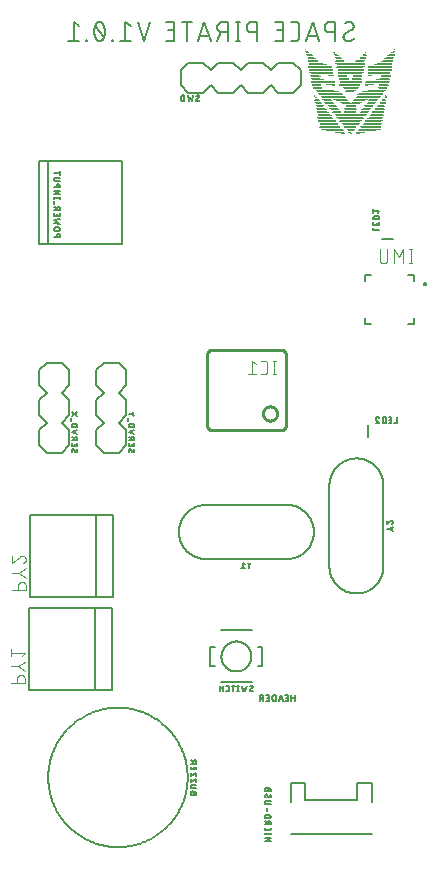
<source format=gbr>
G04 EAGLE Gerber RS-274X export*
G75*
%MOMM*%
%FSLAX34Y34*%
%LPD*%
%INSilkscreen Top*%
%IPPOS*%
%AMOC8*
5,1,8,0,0,1.08239X$1,22.5*%
G01*
%ADD10C,0.152400*%
%ADD11R,0.086363X0.084838*%
%ADD12R,0.421637X0.084581*%
%ADD13R,0.167637X0.084581*%
%ADD14R,0.762000X0.084581*%
%ADD15R,0.254000X0.084581*%
%ADD16R,1.099819X0.084838*%
%ADD17R,0.424181X0.084838*%
%ADD18R,1.102363X0.084838*%
%ADD19R,1.524000X0.084581*%
%ADD20R,0.508000X0.084581*%
%ADD21R,1.861819X0.084581*%
%ADD22R,0.675638X0.084581*%
%ADD23R,1.778000X0.084838*%
%ADD24R,0.848363X0.084838*%
%ADD25R,1.861819X0.084838*%
%ADD26R,1.694181X0.084581*%
%ADD27R,0.932181X0.084581*%
%ADD28R,1.778000X0.084581*%
%ADD29R,1.099819X0.084581*%
%ADD30R,1.691638X0.084581*%
%ADD31R,1.691638X0.084838*%
%ADD32R,1.183638X0.084838*%
%ADD33R,1.607819X0.084581*%
%ADD34R,1.356363X0.084581*%
%ADD35R,1.437638X0.084838*%
%ADD36R,1.607819X0.084838*%
%ADD37R,1.524000X0.084838*%
%ADD38R,1.437638X0.084581*%
%ADD39R,1.440181X0.084581*%
%ADD40R,1.864363X0.084581*%
%ADD41R,1.356363X0.084838*%
%ADD42R,2.032000X0.084838*%
%ADD43R,1.270000X0.084581*%
%ADD44R,2.199638X0.084581*%
%ADD45R,1.186181X0.084581*%
%ADD46R,2.286000X0.084581*%
%ADD47R,1.186181X0.084838*%
%ADD48R,2.456181X0.084838*%
%ADD49R,2.540000X0.084581*%
%ADD50R,2.707638X0.084581*%
%ADD51R,1.016000X0.084838*%
%ADD52R,0.675638X0.084838*%
%ADD53R,0.762000X0.084838*%
%ADD54R,0.678181X0.084581*%
%ADD55R,0.929638X0.084581*%
%ADD56R,0.845819X0.084838*%
%ADD57R,0.929638X0.084838*%
%ADD58R,0.845819X0.084581*%
%ADD59R,1.016000X0.084581*%
%ADD60R,0.678181X0.084838*%
%ADD61R,0.848363X0.084581*%
%ADD62R,0.591819X0.084581*%
%ADD63R,0.594363X0.084838*%
%ADD64R,0.424181X0.084581*%
%ADD65R,0.340363X0.084838*%
%ADD66R,0.340363X0.084581*%
%ADD67R,1.102363X0.084581*%
%ADD68R,0.337819X0.084581*%
%ADD69R,0.254000X0.084838*%
%ADD70R,1.270000X0.084838*%
%ADD71R,0.170181X0.084581*%
%ADD72R,2.032000X0.084581*%
%ADD73R,0.083819X0.084581*%
%ADD74R,0.083819X0.084838*%
%ADD75R,2.115819X0.084838*%
%ADD76R,2.118362X0.084581*%
%ADD77R,2.115819X0.084581*%
%ADD78R,0.591819X0.084838*%
%ADD79R,1.945638X0.084581*%
%ADD80R,1.183638X0.084581*%
%ADD81R,1.948181X0.084838*%
%ADD82R,1.864363X0.084838*%
%ADD83R,1.948181X0.084581*%
%ADD84R,1.694181X0.084838*%
%ADD85R,2.199638X0.084838*%
%ADD86R,2.286000X0.084838*%
%ADD87R,2.372362X0.084581*%
%ADD88R,2.372362X0.084838*%
%ADD89R,2.456181X0.084581*%
%ADD90R,0.337819X0.084838*%
%ADD91R,0.421637X0.084838*%
%ADD92R,0.594363X0.084581*%
%ADD93R,0.167637X0.084838*%
%ADD94R,0.086363X0.084581*%
%ADD95R,0.170181X0.084838*%
%ADD96R,2.626362X0.084838*%
%ADD97C,0.127000*%
%ADD98C,0.254000*%
%ADD99C,0.101600*%
%ADD100C,0.203200*%
%ADD101C,0.200000*%


D10*
X-349603Y807089D02*
X-349601Y806971D01*
X-349595Y806853D01*
X-349586Y806735D01*
X-349572Y806618D01*
X-349555Y806501D01*
X-349534Y806384D01*
X-349509Y806269D01*
X-349480Y806154D01*
X-349447Y806040D01*
X-349411Y805928D01*
X-349371Y805817D01*
X-349328Y805707D01*
X-349281Y805598D01*
X-349231Y805491D01*
X-349176Y805386D01*
X-349119Y805283D01*
X-349058Y805182D01*
X-348994Y805082D01*
X-348927Y804985D01*
X-348857Y804890D01*
X-348783Y804798D01*
X-348707Y804707D01*
X-348627Y804620D01*
X-348545Y804535D01*
X-348460Y804453D01*
X-348373Y804373D01*
X-348282Y804297D01*
X-348190Y804223D01*
X-348095Y804153D01*
X-347998Y804086D01*
X-347898Y804022D01*
X-347797Y803961D01*
X-347694Y803904D01*
X-347589Y803849D01*
X-347482Y803799D01*
X-347373Y803752D01*
X-347263Y803709D01*
X-347152Y803669D01*
X-347040Y803633D01*
X-346926Y803600D01*
X-346811Y803571D01*
X-346696Y803546D01*
X-346579Y803525D01*
X-346462Y803508D01*
X-346345Y803494D01*
X-346227Y803485D01*
X-346109Y803479D01*
X-345991Y803477D01*
X-345808Y803479D01*
X-345626Y803486D01*
X-345444Y803497D01*
X-345262Y803512D01*
X-345080Y803532D01*
X-344899Y803555D01*
X-344719Y803584D01*
X-344539Y803616D01*
X-344360Y803653D01*
X-344183Y803694D01*
X-344006Y803740D01*
X-343830Y803789D01*
X-343656Y803843D01*
X-343482Y803901D01*
X-343311Y803963D01*
X-343141Y804029D01*
X-342972Y804100D01*
X-342805Y804174D01*
X-342640Y804252D01*
X-342477Y804334D01*
X-342316Y804420D01*
X-342157Y804510D01*
X-342000Y804604D01*
X-341846Y804701D01*
X-341694Y804802D01*
X-341544Y804907D01*
X-341397Y805015D01*
X-341253Y805126D01*
X-341111Y805241D01*
X-340972Y805360D01*
X-340836Y805482D01*
X-340703Y805607D01*
X-340573Y805735D01*
X-341024Y816120D02*
X-341026Y816238D01*
X-341032Y816356D01*
X-341041Y816474D01*
X-341055Y816591D01*
X-341072Y816708D01*
X-341093Y816825D01*
X-341118Y816940D01*
X-341147Y817055D01*
X-341180Y817169D01*
X-341216Y817281D01*
X-341256Y817392D01*
X-341299Y817502D01*
X-341346Y817611D01*
X-341396Y817718D01*
X-341451Y817823D01*
X-341508Y817926D01*
X-341569Y818027D01*
X-341633Y818127D01*
X-341700Y818224D01*
X-341770Y818319D01*
X-341844Y818411D01*
X-341920Y818502D01*
X-342000Y818589D01*
X-342082Y818674D01*
X-342167Y818756D01*
X-342254Y818836D01*
X-342345Y818912D01*
X-342437Y818986D01*
X-342532Y819056D01*
X-342629Y819123D01*
X-342729Y819187D01*
X-342830Y819248D01*
X-342933Y819306D01*
X-343038Y819360D01*
X-343145Y819410D01*
X-343254Y819457D01*
X-343364Y819501D01*
X-343475Y819540D01*
X-343588Y819576D01*
X-343701Y819609D01*
X-343816Y819638D01*
X-343931Y819663D01*
X-344048Y819684D01*
X-344165Y819701D01*
X-344282Y819715D01*
X-344400Y819724D01*
X-344518Y819730D01*
X-344636Y819732D01*
X-344797Y819730D01*
X-344959Y819724D01*
X-345120Y819715D01*
X-345281Y819701D01*
X-345441Y819684D01*
X-345601Y819663D01*
X-345761Y819638D01*
X-345920Y819609D01*
X-346078Y819577D01*
X-346235Y819541D01*
X-346391Y819501D01*
X-346547Y819457D01*
X-346701Y819409D01*
X-346854Y819358D01*
X-347006Y819304D01*
X-347157Y819245D01*
X-347306Y819184D01*
X-347453Y819118D01*
X-347599Y819049D01*
X-347744Y818977D01*
X-347886Y818901D01*
X-348027Y818822D01*
X-348166Y818740D01*
X-348302Y818654D01*
X-348437Y818565D01*
X-348570Y818473D01*
X-348700Y818377D01*
X-342830Y812959D02*
X-342729Y813021D01*
X-342629Y813086D01*
X-342532Y813155D01*
X-342437Y813227D01*
X-342344Y813301D01*
X-342254Y813379D01*
X-342166Y813460D01*
X-342081Y813543D01*
X-341999Y813629D01*
X-341920Y813718D01*
X-341843Y813809D01*
X-341770Y813903D01*
X-341699Y813999D01*
X-341632Y814097D01*
X-341568Y814197D01*
X-341507Y814300D01*
X-341450Y814404D01*
X-341396Y814510D01*
X-341346Y814618D01*
X-341299Y814727D01*
X-341255Y814838D01*
X-341215Y814950D01*
X-341179Y815064D01*
X-341147Y815178D01*
X-341118Y815294D01*
X-341093Y815410D01*
X-341072Y815527D01*
X-341055Y815645D01*
X-341041Y815763D01*
X-341032Y815882D01*
X-341026Y816001D01*
X-341024Y816120D01*
X-347798Y810250D02*
X-347899Y810188D01*
X-347999Y810123D01*
X-348096Y810054D01*
X-348191Y809982D01*
X-348284Y809908D01*
X-348374Y809830D01*
X-348462Y809749D01*
X-348547Y809666D01*
X-348629Y809580D01*
X-348708Y809491D01*
X-348785Y809400D01*
X-348858Y809306D01*
X-348929Y809210D01*
X-348996Y809112D01*
X-349060Y809012D01*
X-349121Y808909D01*
X-349178Y808805D01*
X-349232Y808699D01*
X-349282Y808591D01*
X-349329Y808482D01*
X-349373Y808371D01*
X-349413Y808259D01*
X-349449Y808145D01*
X-349481Y808031D01*
X-349510Y807915D01*
X-349535Y807799D01*
X-349556Y807682D01*
X-349573Y807564D01*
X-349587Y807446D01*
X-349596Y807327D01*
X-349602Y807208D01*
X-349604Y807089D01*
X-347797Y810250D02*
X-342830Y812960D01*
X-356415Y819733D02*
X-356415Y803477D01*
X-356415Y819733D02*
X-360930Y819733D01*
X-361063Y819731D01*
X-361195Y819725D01*
X-361327Y819715D01*
X-361459Y819702D01*
X-361591Y819684D01*
X-361721Y819663D01*
X-361852Y819638D01*
X-361981Y819609D01*
X-362109Y819576D01*
X-362237Y819540D01*
X-362363Y819500D01*
X-362488Y819456D01*
X-362612Y819408D01*
X-362734Y819357D01*
X-362855Y819302D01*
X-362974Y819244D01*
X-363092Y819182D01*
X-363207Y819117D01*
X-363321Y819048D01*
X-363432Y818977D01*
X-363541Y818901D01*
X-363648Y818823D01*
X-363753Y818742D01*
X-363855Y818657D01*
X-363955Y818570D01*
X-364052Y818480D01*
X-364147Y818387D01*
X-364238Y818291D01*
X-364327Y818193D01*
X-364413Y818092D01*
X-364496Y817988D01*
X-364576Y817882D01*
X-364652Y817774D01*
X-364726Y817664D01*
X-364796Y817551D01*
X-364863Y817437D01*
X-364926Y817320D01*
X-364986Y817202D01*
X-365043Y817082D01*
X-365096Y816960D01*
X-365145Y816837D01*
X-365191Y816713D01*
X-365233Y816587D01*
X-365271Y816460D01*
X-365306Y816332D01*
X-365337Y816203D01*
X-365364Y816074D01*
X-365387Y815943D01*
X-365407Y815812D01*
X-365422Y815680D01*
X-365434Y815548D01*
X-365442Y815416D01*
X-365446Y815283D01*
X-365446Y815151D01*
X-365442Y815018D01*
X-365434Y814886D01*
X-365422Y814754D01*
X-365407Y814622D01*
X-365387Y814491D01*
X-365364Y814360D01*
X-365337Y814231D01*
X-365306Y814102D01*
X-365271Y813974D01*
X-365233Y813847D01*
X-365191Y813721D01*
X-365145Y813597D01*
X-365096Y813474D01*
X-365043Y813352D01*
X-364986Y813232D01*
X-364926Y813114D01*
X-364863Y812997D01*
X-364796Y812883D01*
X-364726Y812770D01*
X-364652Y812660D01*
X-364576Y812552D01*
X-364496Y812446D01*
X-364413Y812342D01*
X-364327Y812241D01*
X-364238Y812143D01*
X-364147Y812047D01*
X-364052Y811954D01*
X-363955Y811864D01*
X-363855Y811777D01*
X-363753Y811692D01*
X-363648Y811611D01*
X-363541Y811533D01*
X-363432Y811457D01*
X-363321Y811386D01*
X-363207Y811317D01*
X-363092Y811252D01*
X-362974Y811190D01*
X-362855Y811132D01*
X-362734Y811077D01*
X-362612Y811026D01*
X-362488Y810978D01*
X-362363Y810934D01*
X-362237Y810894D01*
X-362109Y810858D01*
X-361981Y810825D01*
X-361852Y810796D01*
X-361721Y810771D01*
X-361591Y810750D01*
X-361459Y810732D01*
X-361327Y810719D01*
X-361195Y810709D01*
X-361063Y810703D01*
X-360930Y810701D01*
X-360930Y810702D02*
X-356415Y810702D01*
X-370411Y803477D02*
X-375830Y819733D01*
X-381248Y803477D01*
X-379894Y807541D02*
X-371766Y807541D01*
X-390518Y803477D02*
X-394131Y803477D01*
X-390518Y803477D02*
X-390400Y803479D01*
X-390282Y803485D01*
X-390164Y803494D01*
X-390047Y803508D01*
X-389930Y803525D01*
X-389813Y803546D01*
X-389698Y803571D01*
X-389583Y803600D01*
X-389469Y803633D01*
X-389357Y803669D01*
X-389246Y803709D01*
X-389136Y803752D01*
X-389027Y803799D01*
X-388920Y803849D01*
X-388815Y803904D01*
X-388712Y803961D01*
X-388611Y804022D01*
X-388511Y804086D01*
X-388414Y804153D01*
X-388319Y804223D01*
X-388227Y804297D01*
X-388136Y804373D01*
X-388049Y804453D01*
X-387964Y804535D01*
X-387882Y804620D01*
X-387802Y804707D01*
X-387726Y804798D01*
X-387652Y804890D01*
X-387582Y804985D01*
X-387515Y805082D01*
X-387451Y805182D01*
X-387390Y805283D01*
X-387333Y805386D01*
X-387278Y805491D01*
X-387228Y805598D01*
X-387181Y805707D01*
X-387138Y805817D01*
X-387098Y805928D01*
X-387062Y806040D01*
X-387029Y806154D01*
X-387000Y806269D01*
X-386975Y806384D01*
X-386954Y806501D01*
X-386937Y806618D01*
X-386923Y806735D01*
X-386914Y806853D01*
X-386908Y806971D01*
X-386906Y807089D01*
X-386906Y816120D01*
X-386908Y816238D01*
X-386914Y816356D01*
X-386923Y816474D01*
X-386937Y816591D01*
X-386954Y816708D01*
X-386975Y816825D01*
X-387000Y816940D01*
X-387029Y817055D01*
X-387062Y817169D01*
X-387098Y817281D01*
X-387138Y817392D01*
X-387181Y817502D01*
X-387228Y817611D01*
X-387278Y817718D01*
X-387332Y817823D01*
X-387390Y817926D01*
X-387451Y818027D01*
X-387515Y818127D01*
X-387582Y818224D01*
X-387652Y818319D01*
X-387726Y818411D01*
X-387802Y818502D01*
X-387882Y818589D01*
X-387964Y818674D01*
X-388049Y818756D01*
X-388136Y818836D01*
X-388227Y818912D01*
X-388319Y818986D01*
X-388414Y819056D01*
X-388511Y819123D01*
X-388611Y819187D01*
X-388712Y819248D01*
X-388815Y819305D01*
X-388920Y819359D01*
X-389027Y819410D01*
X-389136Y819457D01*
X-389246Y819500D01*
X-389357Y819540D01*
X-389469Y819576D01*
X-389583Y819609D01*
X-389698Y819638D01*
X-389813Y819663D01*
X-389930Y819684D01*
X-390047Y819701D01*
X-390164Y819715D01*
X-390282Y819724D01*
X-390400Y819730D01*
X-390518Y819732D01*
X-390518Y819733D02*
X-394131Y819733D01*
X-400522Y803477D02*
X-407747Y803477D01*
X-400522Y803477D02*
X-400522Y819733D01*
X-407747Y819733D01*
X-405941Y812508D02*
X-400522Y812508D01*
X-422587Y819733D02*
X-422587Y803477D01*
X-422587Y819733D02*
X-427102Y819733D01*
X-427235Y819731D01*
X-427367Y819725D01*
X-427499Y819715D01*
X-427631Y819702D01*
X-427763Y819684D01*
X-427893Y819663D01*
X-428024Y819638D01*
X-428153Y819609D01*
X-428281Y819576D01*
X-428409Y819540D01*
X-428535Y819500D01*
X-428660Y819456D01*
X-428784Y819408D01*
X-428906Y819357D01*
X-429027Y819302D01*
X-429146Y819244D01*
X-429264Y819182D01*
X-429379Y819117D01*
X-429493Y819048D01*
X-429604Y818977D01*
X-429713Y818901D01*
X-429820Y818823D01*
X-429925Y818742D01*
X-430027Y818657D01*
X-430127Y818570D01*
X-430224Y818480D01*
X-430319Y818387D01*
X-430410Y818291D01*
X-430499Y818193D01*
X-430585Y818092D01*
X-430668Y817988D01*
X-430748Y817882D01*
X-430824Y817774D01*
X-430898Y817664D01*
X-430968Y817551D01*
X-431035Y817437D01*
X-431098Y817320D01*
X-431158Y817202D01*
X-431215Y817082D01*
X-431268Y816960D01*
X-431317Y816837D01*
X-431363Y816713D01*
X-431405Y816587D01*
X-431443Y816460D01*
X-431478Y816332D01*
X-431509Y816203D01*
X-431536Y816074D01*
X-431559Y815943D01*
X-431579Y815812D01*
X-431594Y815680D01*
X-431606Y815548D01*
X-431614Y815416D01*
X-431618Y815283D01*
X-431618Y815151D01*
X-431614Y815018D01*
X-431606Y814886D01*
X-431594Y814754D01*
X-431579Y814622D01*
X-431559Y814491D01*
X-431536Y814360D01*
X-431509Y814231D01*
X-431478Y814102D01*
X-431443Y813974D01*
X-431405Y813847D01*
X-431363Y813721D01*
X-431317Y813597D01*
X-431268Y813474D01*
X-431215Y813352D01*
X-431158Y813232D01*
X-431098Y813114D01*
X-431035Y812997D01*
X-430968Y812883D01*
X-430898Y812770D01*
X-430824Y812660D01*
X-430748Y812552D01*
X-430668Y812446D01*
X-430585Y812342D01*
X-430499Y812241D01*
X-430410Y812143D01*
X-430319Y812047D01*
X-430224Y811954D01*
X-430127Y811864D01*
X-430027Y811777D01*
X-429925Y811692D01*
X-429820Y811611D01*
X-429713Y811533D01*
X-429604Y811457D01*
X-429493Y811386D01*
X-429379Y811317D01*
X-429264Y811252D01*
X-429146Y811190D01*
X-429027Y811132D01*
X-428906Y811077D01*
X-428784Y811026D01*
X-428660Y810978D01*
X-428535Y810934D01*
X-428409Y810894D01*
X-428281Y810858D01*
X-428153Y810825D01*
X-428024Y810796D01*
X-427893Y810771D01*
X-427763Y810750D01*
X-427631Y810732D01*
X-427499Y810719D01*
X-427367Y810709D01*
X-427235Y810703D01*
X-427102Y810701D01*
X-427102Y810702D02*
X-422587Y810702D01*
X-438875Y803477D02*
X-438875Y819733D01*
X-437069Y803477D02*
X-440682Y803477D01*
X-440682Y819733D02*
X-437069Y819733D01*
X-447477Y819733D02*
X-447477Y803477D01*
X-447477Y819733D02*
X-451993Y819733D01*
X-452126Y819731D01*
X-452258Y819725D01*
X-452390Y819715D01*
X-452522Y819702D01*
X-452654Y819684D01*
X-452784Y819663D01*
X-452915Y819638D01*
X-453044Y819609D01*
X-453172Y819576D01*
X-453300Y819540D01*
X-453426Y819500D01*
X-453551Y819456D01*
X-453675Y819408D01*
X-453797Y819357D01*
X-453918Y819302D01*
X-454037Y819244D01*
X-454155Y819182D01*
X-454270Y819117D01*
X-454384Y819048D01*
X-454495Y818977D01*
X-454604Y818901D01*
X-454711Y818823D01*
X-454816Y818742D01*
X-454918Y818657D01*
X-455018Y818570D01*
X-455115Y818480D01*
X-455210Y818387D01*
X-455301Y818291D01*
X-455390Y818193D01*
X-455476Y818092D01*
X-455559Y817988D01*
X-455639Y817882D01*
X-455715Y817774D01*
X-455789Y817664D01*
X-455859Y817551D01*
X-455926Y817437D01*
X-455989Y817320D01*
X-456049Y817202D01*
X-456106Y817082D01*
X-456159Y816960D01*
X-456208Y816837D01*
X-456254Y816713D01*
X-456296Y816587D01*
X-456334Y816460D01*
X-456369Y816332D01*
X-456400Y816203D01*
X-456427Y816074D01*
X-456450Y815943D01*
X-456470Y815812D01*
X-456485Y815680D01*
X-456497Y815548D01*
X-456505Y815416D01*
X-456509Y815283D01*
X-456509Y815151D01*
X-456505Y815018D01*
X-456497Y814886D01*
X-456485Y814754D01*
X-456470Y814622D01*
X-456450Y814491D01*
X-456427Y814360D01*
X-456400Y814231D01*
X-456369Y814102D01*
X-456334Y813974D01*
X-456296Y813847D01*
X-456254Y813721D01*
X-456208Y813597D01*
X-456159Y813474D01*
X-456106Y813352D01*
X-456049Y813232D01*
X-455989Y813114D01*
X-455926Y812997D01*
X-455859Y812883D01*
X-455789Y812770D01*
X-455715Y812660D01*
X-455639Y812552D01*
X-455559Y812446D01*
X-455476Y812342D01*
X-455390Y812241D01*
X-455301Y812143D01*
X-455210Y812047D01*
X-455115Y811954D01*
X-455018Y811864D01*
X-454918Y811777D01*
X-454816Y811692D01*
X-454711Y811611D01*
X-454604Y811533D01*
X-454495Y811457D01*
X-454384Y811386D01*
X-454270Y811317D01*
X-454155Y811252D01*
X-454037Y811190D01*
X-453918Y811132D01*
X-453797Y811077D01*
X-453675Y811026D01*
X-453551Y810978D01*
X-453426Y810934D01*
X-453300Y810894D01*
X-453172Y810858D01*
X-453044Y810825D01*
X-452915Y810796D01*
X-452784Y810771D01*
X-452654Y810750D01*
X-452522Y810732D01*
X-452390Y810719D01*
X-452258Y810709D01*
X-452126Y810703D01*
X-451993Y810701D01*
X-451993Y810702D02*
X-447477Y810702D01*
X-452896Y810702D02*
X-456509Y803477D01*
X-462114Y803477D02*
X-467533Y819733D01*
X-472951Y803477D01*
X-471597Y807541D02*
X-463469Y807541D01*
X-482122Y803477D02*
X-482122Y819733D01*
X-486637Y819733D02*
X-477606Y819733D01*
X-492746Y803477D02*
X-499971Y803477D01*
X-492746Y803477D02*
X-492746Y819733D01*
X-499971Y819733D01*
X-498165Y812508D02*
X-492746Y812508D01*
X-513176Y819733D02*
X-518595Y803477D01*
X-524013Y819733D01*
X-529710Y816120D02*
X-534226Y819733D01*
X-534226Y803477D01*
X-538741Y803477D02*
X-529710Y803477D01*
X-544716Y803477D02*
X-544716Y804380D01*
X-545619Y804380D01*
X-545619Y803477D01*
X-544716Y803477D01*
X-551594Y811605D02*
X-551598Y811925D01*
X-551609Y812244D01*
X-551628Y812564D01*
X-551655Y812882D01*
X-551689Y813200D01*
X-551731Y813517D01*
X-551781Y813833D01*
X-551838Y814148D01*
X-551902Y814461D01*
X-551974Y814773D01*
X-552053Y815083D01*
X-552140Y815390D01*
X-552234Y815696D01*
X-552335Y815999D01*
X-552444Y816300D01*
X-552559Y816598D01*
X-552682Y816894D01*
X-552812Y817186D01*
X-552949Y817475D01*
X-552988Y817583D01*
X-553031Y817690D01*
X-553077Y817795D01*
X-553128Y817899D01*
X-553181Y818001D01*
X-553238Y818101D01*
X-553299Y818199D01*
X-553363Y818294D01*
X-553430Y818388D01*
X-553501Y818479D01*
X-553574Y818568D01*
X-553651Y818654D01*
X-553730Y818737D01*
X-553812Y818818D01*
X-553897Y818896D01*
X-553985Y818970D01*
X-554075Y819042D01*
X-554167Y819110D01*
X-554262Y819176D01*
X-554359Y819238D01*
X-554458Y819296D01*
X-554560Y819352D01*
X-554662Y819403D01*
X-554767Y819451D01*
X-554873Y819496D01*
X-554981Y819537D01*
X-555090Y819574D01*
X-555200Y819607D01*
X-555312Y819636D01*
X-555424Y819662D01*
X-555537Y819684D01*
X-555651Y819701D01*
X-555765Y819715D01*
X-555880Y819725D01*
X-555995Y819731D01*
X-556110Y819733D01*
X-556225Y819731D01*
X-556340Y819725D01*
X-556455Y819715D01*
X-556569Y819701D01*
X-556683Y819684D01*
X-556796Y819662D01*
X-556908Y819636D01*
X-557020Y819607D01*
X-557130Y819574D01*
X-557239Y819537D01*
X-557347Y819496D01*
X-557453Y819451D01*
X-557558Y819403D01*
X-557660Y819352D01*
X-557761Y819296D01*
X-557861Y819238D01*
X-557958Y819176D01*
X-558052Y819111D01*
X-558145Y819042D01*
X-558235Y818970D01*
X-558323Y818896D01*
X-558408Y818818D01*
X-558490Y818737D01*
X-558569Y818654D01*
X-558646Y818568D01*
X-558719Y818479D01*
X-558790Y818388D01*
X-558857Y818294D01*
X-558921Y818199D01*
X-558982Y818101D01*
X-559039Y818001D01*
X-559092Y817899D01*
X-559143Y817795D01*
X-559189Y817690D01*
X-559232Y817583D01*
X-559271Y817475D01*
X-559270Y817475D02*
X-559407Y817186D01*
X-559537Y816894D01*
X-559660Y816598D01*
X-559775Y816300D01*
X-559884Y815999D01*
X-559985Y815696D01*
X-560079Y815390D01*
X-560166Y815083D01*
X-560245Y814773D01*
X-560317Y814461D01*
X-560381Y814148D01*
X-560438Y813833D01*
X-560488Y813517D01*
X-560530Y813200D01*
X-560564Y812882D01*
X-560591Y812564D01*
X-560610Y812244D01*
X-560621Y811925D01*
X-560625Y811605D01*
X-551594Y811605D02*
X-551598Y811285D01*
X-551609Y810966D01*
X-551628Y810646D01*
X-551655Y810328D01*
X-551689Y810010D01*
X-551731Y809693D01*
X-551781Y809377D01*
X-551838Y809062D01*
X-551902Y808749D01*
X-551974Y808437D01*
X-552053Y808127D01*
X-552140Y807820D01*
X-552234Y807514D01*
X-552335Y807211D01*
X-552444Y806910D01*
X-552559Y806612D01*
X-552682Y806316D01*
X-552812Y806024D01*
X-552949Y805735D01*
X-552949Y805734D02*
X-552988Y805626D01*
X-553031Y805519D01*
X-553077Y805414D01*
X-553128Y805310D01*
X-553181Y805208D01*
X-553238Y805108D01*
X-553299Y805010D01*
X-553363Y804915D01*
X-553430Y804821D01*
X-553501Y804730D01*
X-553574Y804641D01*
X-553651Y804555D01*
X-553730Y804472D01*
X-553812Y804391D01*
X-553897Y804313D01*
X-553985Y804239D01*
X-554075Y804167D01*
X-554168Y804098D01*
X-554262Y804033D01*
X-554359Y803971D01*
X-554459Y803913D01*
X-554560Y803857D01*
X-554662Y803806D01*
X-554767Y803758D01*
X-554873Y803713D01*
X-554981Y803672D01*
X-555090Y803635D01*
X-555200Y803602D01*
X-555312Y803573D01*
X-555424Y803547D01*
X-555537Y803525D01*
X-555651Y803508D01*
X-555765Y803494D01*
X-555880Y803484D01*
X-555995Y803478D01*
X-556110Y803476D01*
X-559270Y805735D02*
X-559407Y806024D01*
X-559537Y806316D01*
X-559660Y806612D01*
X-559775Y806910D01*
X-559884Y807211D01*
X-559985Y807514D01*
X-560079Y807820D01*
X-560166Y808127D01*
X-560245Y808437D01*
X-560317Y808749D01*
X-560381Y809062D01*
X-560438Y809377D01*
X-560488Y809693D01*
X-560530Y810010D01*
X-560564Y810328D01*
X-560591Y810646D01*
X-560610Y810966D01*
X-560621Y811285D01*
X-560625Y811605D01*
X-559271Y805734D02*
X-559232Y805626D01*
X-559189Y805519D01*
X-559143Y805414D01*
X-559092Y805310D01*
X-559039Y805208D01*
X-558982Y805108D01*
X-558921Y805010D01*
X-558857Y804915D01*
X-558790Y804821D01*
X-558719Y804730D01*
X-558646Y804641D01*
X-558569Y804555D01*
X-558490Y804472D01*
X-558408Y804391D01*
X-558323Y804313D01*
X-558235Y804239D01*
X-558145Y804167D01*
X-558052Y804098D01*
X-557958Y804033D01*
X-557861Y803971D01*
X-557761Y803913D01*
X-557660Y803857D01*
X-557557Y803806D01*
X-557453Y803758D01*
X-557347Y803713D01*
X-557239Y803672D01*
X-557130Y803635D01*
X-557020Y803602D01*
X-556908Y803573D01*
X-556796Y803547D01*
X-556683Y803525D01*
X-556569Y803508D01*
X-556455Y803494D01*
X-556340Y803484D01*
X-556225Y803478D01*
X-556110Y803476D01*
X-552497Y807089D02*
X-559722Y816120D01*
X-566600Y804380D02*
X-566600Y803477D01*
X-566600Y804380D02*
X-567503Y804380D01*
X-567503Y803477D01*
X-566600Y803477D01*
X-573478Y816120D02*
X-577993Y819733D01*
X-577993Y803477D01*
X-573478Y803477D02*
X-582509Y803477D01*
D11*
X-339483Y723828D03*
D12*
X-336943Y724675D03*
D13*
X-343293Y724675D03*
D12*
X-349643Y724675D03*
D14*
X-334403Y725521D03*
D15*
X-343725Y725521D03*
D14*
X-352183Y725521D03*
D16*
X-332714Y726368D03*
D17*
X-343712Y726368D03*
D18*
X-354723Y726368D03*
D19*
X-329755Y727215D03*
D20*
X-343293Y727215D03*
D19*
X-356831Y727215D03*
D21*
X-327202Y728061D03*
D22*
X-343293Y728061D03*
D21*
X-359384Y728061D03*
D23*
X-326783Y728908D03*
D24*
X-343293Y728908D03*
D25*
X-360222Y728908D03*
D26*
X-326364Y729755D03*
D27*
X-343712Y729755D03*
D28*
X-360641Y729755D03*
X-325945Y730601D03*
D29*
X-343712Y730601D03*
D30*
X-361073Y730601D03*
D31*
X-325513Y731448D03*
D32*
X-343293Y731448D03*
D31*
X-361073Y731448D03*
D33*
X-325094Y732295D03*
D34*
X-343293Y732295D03*
D33*
X-361492Y732295D03*
D19*
X-324675Y733141D03*
X-343293Y733141D03*
X-361911Y733141D03*
D35*
X-324243Y733988D03*
D36*
X-343712Y733988D03*
D37*
X-362775Y733988D03*
D38*
X-324243Y734835D03*
D28*
X-343725Y734835D03*
D39*
X-363194Y734835D03*
X-323392Y735681D03*
D40*
X-343293Y735681D03*
D39*
X-363194Y735681D03*
D41*
X-322973Y736528D03*
D42*
X-343293Y736528D03*
D41*
X-363613Y736528D03*
D43*
X-322541Y737375D03*
D44*
X-343293Y737375D03*
D43*
X-364045Y737375D03*
D45*
X-322122Y738221D03*
D46*
X-343725Y738221D03*
D43*
X-364883Y738221D03*
D47*
X-322122Y739068D03*
D48*
X-343712Y739068D03*
D47*
X-365302Y739068D03*
D45*
X-321284Y739915D03*
D49*
X-343293Y739915D03*
D45*
X-365302Y739915D03*
D29*
X-320852Y740761D03*
D50*
X-343293Y740761D03*
D29*
X-365734Y740761D03*
D51*
X-320433Y741608D03*
D52*
X-333133Y741608D03*
D32*
X-343293Y741608D03*
D53*
X-353885Y741608D03*
D51*
X-366153Y741608D03*
D27*
X-320014Y742455D03*
D54*
X-332282Y742455D03*
D29*
X-343712Y742455D03*
D14*
X-354723Y742455D03*
D27*
X-366572Y742455D03*
X-320014Y743301D03*
D54*
X-331444Y743301D03*
D29*
X-343712Y743301D03*
D54*
X-355142Y743301D03*
D55*
X-367423Y743301D03*
D56*
X-319582Y744148D03*
D53*
X-331025Y744148D03*
D51*
X-343293Y744148D03*
D52*
X-355993Y744148D03*
D57*
X-367423Y744148D03*
D58*
X-318744Y744995D03*
D14*
X-330161Y744995D03*
D59*
X-343293Y744995D03*
D54*
X-356844Y744995D03*
D58*
X-367842Y744995D03*
D14*
X-318325Y745841D03*
D54*
X-329742Y745841D03*
D27*
X-343712Y745841D03*
D14*
X-357263Y745841D03*
X-368261Y745841D03*
D52*
X-317893Y746688D03*
D60*
X-328904Y746688D03*
D24*
X-343293Y746688D03*
D53*
X-358101Y746688D03*
D52*
X-368693Y746688D03*
D22*
X-317893Y747535D03*
X-328053Y747535D03*
D61*
X-343293Y747535D03*
D22*
X-358533Y747535D03*
D62*
X-369112Y747535D03*
X-317474Y748381D03*
D14*
X-327621Y748381D03*
D61*
X-343293Y748381D03*
D54*
X-359384Y748381D03*
X-369544Y748381D03*
D63*
X-316623Y749228D03*
D53*
X-326783Y749228D03*
D16*
X-343712Y749228D03*
D53*
X-359803Y749228D03*
D63*
X-369963Y749228D03*
D20*
X-316191Y750075D03*
D54*
X-326364Y750075D03*
D19*
X-343293Y750075D03*
D14*
X-360641Y750075D03*
D20*
X-370395Y750075D03*
D64*
X-315772Y750921D03*
D22*
X-325513Y750921D03*
D61*
X-338213Y750921D03*
X-348373Y750921D03*
D14*
X-361505Y750921D03*
D64*
X-370814Y750921D03*
D17*
X-315772Y751768D03*
D53*
X-325081Y751768D03*
D57*
X-336943Y751768D03*
X-349643Y751768D03*
D60*
X-361924Y751768D03*
D65*
X-371233Y751768D03*
D66*
X-315353Y752615D03*
D14*
X-324243Y752615D03*
D29*
X-336092Y752615D03*
D59*
X-350913Y752615D03*
D54*
X-362762Y752615D03*
D64*
X-371652Y752615D03*
D15*
X-314921Y753461D03*
D14*
X-323405Y753461D03*
D45*
X-334822Y753461D03*
D67*
X-352183Y753461D03*
D14*
X-363181Y753461D03*
D68*
X-372084Y753461D03*
D69*
X-314083Y754308D03*
D52*
X-322973Y754308D03*
D70*
X-333565Y754308D03*
X-353021Y754308D03*
D53*
X-364045Y754308D03*
D69*
X-372503Y754308D03*
D71*
X-313664Y755155D03*
D72*
X-328891Y755155D03*
X-357695Y755155D03*
D71*
X-372922Y755155D03*
X-313664Y756001D03*
D72*
X-328053Y756001D03*
X-358533Y756001D03*
D73*
X-373354Y756001D03*
D74*
X-313232Y756848D03*
D75*
X-327634Y756848D03*
D42*
X-359371Y756848D03*
D74*
X-373354Y756848D03*
D76*
X-326783Y757695D03*
D72*
X-360235Y757695D03*
X-326351Y758541D03*
D77*
X-360654Y758541D03*
D42*
X-325513Y759388D03*
D78*
X-343712Y759388D03*
D42*
X-361073Y759388D03*
D79*
X-324243Y760235D03*
D14*
X-343725Y760235D03*
D21*
X-362762Y760235D03*
D19*
X-321271Y761081D03*
D61*
X-343293Y761081D03*
D19*
X-365315Y761081D03*
D18*
X-319163Y761928D03*
D51*
X-343293Y761928D03*
D47*
X-367842Y761928D03*
D54*
X-316204Y762775D03*
D80*
X-343293Y762775D03*
D14*
X-370801Y762775D03*
X-315785Y763621D03*
D34*
X-343293Y763621D03*
D14*
X-370801Y763621D03*
D24*
X-315353Y764468D03*
D36*
X-343712Y764468D03*
D53*
X-371665Y764468D03*
D61*
X-315353Y765315D03*
D15*
X-329323Y765315D03*
D28*
X-343725Y765315D03*
D15*
X-357263Y765315D03*
D14*
X-371665Y765315D03*
X-314921Y766161D03*
X-326783Y766161D03*
D28*
X-343725Y766161D03*
D14*
X-359803Y766161D03*
X-371665Y766161D03*
D81*
X-320852Y767008D03*
D82*
X-343293Y767008D03*
D42*
X-366153Y767008D03*
D83*
X-320852Y767855D03*
D40*
X-343293Y767855D03*
D83*
X-366572Y767855D03*
D72*
X-320433Y768701D03*
D27*
X-338632Y768701D03*
D61*
X-348373Y768701D03*
D83*
X-366572Y768701D03*
D84*
X-318744Y769548D03*
D24*
X-338213Y769548D03*
X-348373Y769548D03*
D36*
X-368274Y769548D03*
D45*
X-316204Y770395D03*
D61*
X-338213Y770395D03*
D58*
X-349224Y770395D03*
D29*
X-370814Y770395D03*
D14*
X-314083Y771241D03*
X-337781Y771241D03*
D58*
X-349224Y771241D03*
D14*
X-372503Y771241D03*
D53*
X-314083Y772088D03*
D56*
X-337362Y772088D03*
D53*
X-349643Y772088D03*
D56*
X-372922Y772088D03*
D58*
X-313664Y772935D03*
D14*
X-336943Y772935D03*
X-349643Y772935D03*
D58*
X-372922Y772935D03*
X-313664Y773781D03*
D12*
X-326783Y773781D03*
D14*
X-336943Y773781D03*
X-349643Y773781D03*
D20*
X-360235Y773781D03*
D14*
X-373341Y773781D03*
D56*
X-313664Y774628D03*
D57*
X-324243Y774628D03*
D60*
X-336524Y774628D03*
D53*
X-350481Y774628D03*
D51*
X-362775Y774628D03*
D53*
X-373341Y774628D03*
D79*
X-319163Y775475D03*
D77*
X-343712Y775475D03*
D79*
X-367423Y775475D03*
X-319163Y776321D03*
D44*
X-343293Y776321D03*
D83*
X-368274Y776321D03*
D42*
X-318731Y777168D03*
D85*
X-343293Y777168D03*
D81*
X-368274Y777168D03*
D83*
X-318312Y778015D03*
D44*
X-343293Y778015D03*
D83*
X-368274Y778015D03*
X-318312Y778861D03*
D44*
X-343293Y778861D03*
D83*
X-368274Y778861D03*
D81*
X-318312Y779708D03*
D86*
X-343725Y779708D03*
D81*
X-368274Y779708D03*
D83*
X-318312Y780555D03*
D46*
X-343725Y780555D03*
D83*
X-369112Y780555D03*
X-318312Y781401D03*
D87*
X-343293Y781401D03*
D83*
X-369112Y781401D03*
D81*
X-317474Y782248D03*
D88*
X-343293Y782248D03*
D81*
X-369112Y782248D03*
D33*
X-315772Y783095D03*
D87*
X-343293Y783095D03*
D33*
X-370814Y783095D03*
D43*
X-314083Y783941D03*
D89*
X-343712Y783941D03*
D45*
X-372922Y783941D03*
D51*
X-312813Y784788D03*
D48*
X-343712Y784788D03*
D51*
X-374611Y784788D03*
D27*
X-312394Y785635D03*
D14*
X-335241Y785635D03*
X-352183Y785635D03*
D55*
X-375043Y785635D03*
X-311543Y786481D03*
D14*
X-334403Y786481D03*
D54*
X-352602Y786481D03*
D58*
X-375462Y786481D03*
D56*
X-311124Y787328D03*
D60*
X-333984Y787328D03*
D78*
X-353034Y787328D03*
D53*
X-375881Y787328D03*
D14*
X-310705Y788175D03*
D20*
X-333133Y788175D03*
X-353453Y788175D03*
D22*
X-376313Y788175D03*
X-310273Y789021D03*
D64*
X-332714Y789021D03*
D20*
X-354291Y789021D03*
D62*
X-376732Y789021D03*
D78*
X-309854Y789868D03*
D90*
X-332282Y789868D03*
D91*
X-354723Y789868D03*
D63*
X-377583Y789868D03*
D92*
X-309003Y790715D03*
D68*
X-331444Y790715D03*
X-355142Y790715D03*
D20*
X-378015Y790715D03*
X-308571Y791561D03*
D15*
X-331025Y791561D03*
X-355561Y791561D03*
D64*
X-378434Y791561D03*
D17*
X-308152Y792408D03*
D93*
X-330593Y792408D03*
D74*
X-356412Y792408D03*
D65*
X-378853Y792408D03*
D15*
X-307301Y793255D03*
D73*
X-330174Y793255D03*
D94*
X-357263Y793255D03*
D15*
X-379285Y793255D03*
D71*
X-306882Y794101D03*
D15*
X-380123Y794101D03*
D11*
X-306463Y794948D03*
D95*
X-380542Y794948D03*
D73*
X-305612Y795795D03*
X-380974Y795795D03*
D96*
X-350492Y463939D03*
D97*
X-317178Y636062D02*
X-307653Y636062D01*
X-319400Y643016D02*
X-324226Y643016D01*
X-324226Y645161D01*
X-324226Y647771D02*
X-324226Y649916D01*
X-324226Y647771D02*
X-319400Y647771D01*
X-319400Y649916D01*
X-321545Y649380D02*
X-321545Y647771D01*
X-319400Y652507D02*
X-324226Y652507D01*
X-319400Y652507D02*
X-319400Y653847D01*
X-319402Y653917D01*
X-319407Y653987D01*
X-319417Y654057D01*
X-319429Y654126D01*
X-319446Y654194D01*
X-319466Y654261D01*
X-319489Y654328D01*
X-319516Y654392D01*
X-319546Y654456D01*
X-319580Y654518D01*
X-319616Y654577D01*
X-319656Y654635D01*
X-319699Y654691D01*
X-319744Y654744D01*
X-319793Y654795D01*
X-319844Y654844D01*
X-319897Y654889D01*
X-319953Y654932D01*
X-320011Y654972D01*
X-320071Y655008D01*
X-320132Y655042D01*
X-320196Y655072D01*
X-320260Y655099D01*
X-320327Y655122D01*
X-320394Y655142D01*
X-320462Y655159D01*
X-320531Y655171D01*
X-320601Y655181D01*
X-320671Y655186D01*
X-320741Y655188D01*
X-322886Y655188D01*
X-322956Y655186D01*
X-323026Y655181D01*
X-323096Y655171D01*
X-323165Y655159D01*
X-323233Y655142D01*
X-323300Y655122D01*
X-323367Y655099D01*
X-323431Y655072D01*
X-323495Y655042D01*
X-323557Y655008D01*
X-323616Y654972D01*
X-323674Y654932D01*
X-323730Y654889D01*
X-323783Y654844D01*
X-323834Y654795D01*
X-323883Y654744D01*
X-323928Y654691D01*
X-323971Y654635D01*
X-324011Y654577D01*
X-324047Y654517D01*
X-324081Y654456D01*
X-324111Y654392D01*
X-324138Y654328D01*
X-324161Y654261D01*
X-324181Y654194D01*
X-324198Y654126D01*
X-324210Y654057D01*
X-324220Y653987D01*
X-324225Y653917D01*
X-324227Y653847D01*
X-324226Y653847D02*
X-324226Y652507D01*
X-320473Y658176D02*
X-319400Y659516D01*
X-324226Y659516D01*
X-324226Y658176D02*
X-324226Y660857D01*
X-329143Y478045D02*
X-329143Y468520D01*
X-304348Y480268D02*
X-304348Y485094D01*
X-304348Y480268D02*
X-306493Y480268D01*
X-309103Y480268D02*
X-311248Y480268D01*
X-309103Y480268D02*
X-309103Y485094D01*
X-311248Y485094D01*
X-310712Y482949D02*
X-309103Y482949D01*
X-313838Y485094D02*
X-313838Y480268D01*
X-313838Y485094D02*
X-315179Y485094D01*
X-315249Y485092D01*
X-315319Y485087D01*
X-315389Y485077D01*
X-315458Y485065D01*
X-315526Y485048D01*
X-315593Y485028D01*
X-315660Y485005D01*
X-315724Y484978D01*
X-315788Y484948D01*
X-315850Y484914D01*
X-315909Y484878D01*
X-315967Y484838D01*
X-316023Y484795D01*
X-316076Y484750D01*
X-316127Y484701D01*
X-316176Y484650D01*
X-316221Y484597D01*
X-316264Y484541D01*
X-316304Y484483D01*
X-316340Y484424D01*
X-316374Y484362D01*
X-316404Y484298D01*
X-316431Y484234D01*
X-316454Y484167D01*
X-316474Y484100D01*
X-316491Y484032D01*
X-316503Y483963D01*
X-316513Y483893D01*
X-316518Y483823D01*
X-316520Y483753D01*
X-316519Y483753D02*
X-316519Y481608D01*
X-316520Y481608D02*
X-316518Y481538D01*
X-316513Y481468D01*
X-316503Y481398D01*
X-316491Y481329D01*
X-316474Y481261D01*
X-316454Y481194D01*
X-316431Y481127D01*
X-316404Y481063D01*
X-316374Y480999D01*
X-316340Y480937D01*
X-316304Y480878D01*
X-316264Y480820D01*
X-316221Y480764D01*
X-316176Y480711D01*
X-316127Y480660D01*
X-316076Y480611D01*
X-316023Y480566D01*
X-315967Y480523D01*
X-315909Y480483D01*
X-315849Y480447D01*
X-315788Y480413D01*
X-315724Y480383D01*
X-315660Y480356D01*
X-315593Y480333D01*
X-315526Y480313D01*
X-315458Y480296D01*
X-315389Y480284D01*
X-315319Y480274D01*
X-315249Y480269D01*
X-315179Y480267D01*
X-315179Y480268D02*
X-313838Y480268D01*
X-320982Y485094D02*
X-321050Y485092D01*
X-321117Y485086D01*
X-321184Y485077D01*
X-321251Y485064D01*
X-321316Y485047D01*
X-321381Y485026D01*
X-321444Y485002D01*
X-321506Y484974D01*
X-321566Y484943D01*
X-321624Y484909D01*
X-321680Y484871D01*
X-321735Y484831D01*
X-321786Y484787D01*
X-321835Y484740D01*
X-321882Y484691D01*
X-321926Y484640D01*
X-321966Y484585D01*
X-322004Y484529D01*
X-322038Y484471D01*
X-322069Y484411D01*
X-322097Y484349D01*
X-322121Y484286D01*
X-322142Y484221D01*
X-322159Y484156D01*
X-322172Y484089D01*
X-322181Y484022D01*
X-322187Y483955D01*
X-322189Y483887D01*
X-320982Y485093D02*
X-320904Y485091D01*
X-320826Y485085D01*
X-320749Y485075D01*
X-320672Y485062D01*
X-320596Y485044D01*
X-320521Y485023D01*
X-320447Y484998D01*
X-320375Y484969D01*
X-320304Y484937D01*
X-320235Y484901D01*
X-320167Y484862D01*
X-320102Y484819D01*
X-320039Y484773D01*
X-319978Y484724D01*
X-319920Y484672D01*
X-319865Y484617D01*
X-319812Y484560D01*
X-319763Y484500D01*
X-319716Y484437D01*
X-319673Y484373D01*
X-319633Y484306D01*
X-319596Y484237D01*
X-319563Y484166D01*
X-319533Y484094D01*
X-319507Y484021D01*
X-321787Y482949D02*
X-321836Y482998D01*
X-321883Y483050D01*
X-321926Y483105D01*
X-321967Y483162D01*
X-322005Y483221D01*
X-322039Y483282D01*
X-322070Y483345D01*
X-322098Y483409D01*
X-322122Y483475D01*
X-322142Y483541D01*
X-322159Y483609D01*
X-322172Y483678D01*
X-322181Y483747D01*
X-322187Y483817D01*
X-322189Y483887D01*
X-321786Y482949D02*
X-319508Y480268D01*
X-322189Y480268D01*
X-390950Y249718D02*
X-390950Y244892D01*
X-390950Y247573D02*
X-393631Y247573D01*
X-393631Y249718D02*
X-393631Y244892D01*
X-396822Y244892D02*
X-398966Y244892D01*
X-396822Y244892D02*
X-396822Y249718D01*
X-398966Y249718D01*
X-398430Y247573D02*
X-396822Y247573D01*
X-401106Y244892D02*
X-402715Y249718D01*
X-404323Y244892D01*
X-403921Y246098D02*
X-401508Y246098D01*
X-407043Y244892D02*
X-407043Y249718D01*
X-408384Y249718D01*
X-408454Y249716D01*
X-408524Y249711D01*
X-408594Y249701D01*
X-408663Y249689D01*
X-408731Y249672D01*
X-408798Y249652D01*
X-408865Y249629D01*
X-408929Y249602D01*
X-408993Y249572D01*
X-409055Y249538D01*
X-409114Y249502D01*
X-409172Y249462D01*
X-409228Y249419D01*
X-409281Y249374D01*
X-409332Y249325D01*
X-409381Y249274D01*
X-409426Y249221D01*
X-409469Y249165D01*
X-409509Y249107D01*
X-409545Y249048D01*
X-409579Y248986D01*
X-409609Y248922D01*
X-409636Y248858D01*
X-409659Y248791D01*
X-409679Y248724D01*
X-409696Y248656D01*
X-409708Y248587D01*
X-409718Y248517D01*
X-409723Y248447D01*
X-409725Y248377D01*
X-409724Y248377D02*
X-409724Y246232D01*
X-409725Y246232D02*
X-409723Y246162D01*
X-409718Y246092D01*
X-409708Y246022D01*
X-409696Y245953D01*
X-409679Y245885D01*
X-409659Y245818D01*
X-409636Y245751D01*
X-409609Y245687D01*
X-409579Y245623D01*
X-409545Y245561D01*
X-409509Y245502D01*
X-409469Y245444D01*
X-409426Y245388D01*
X-409381Y245335D01*
X-409332Y245284D01*
X-409281Y245235D01*
X-409228Y245190D01*
X-409172Y245147D01*
X-409114Y245107D01*
X-409054Y245071D01*
X-408993Y245037D01*
X-408929Y245007D01*
X-408865Y244980D01*
X-408798Y244957D01*
X-408731Y244937D01*
X-408663Y244920D01*
X-408594Y244908D01*
X-408524Y244898D01*
X-408454Y244893D01*
X-408384Y244891D01*
X-408384Y244892D02*
X-407043Y244892D01*
X-412915Y244892D02*
X-415060Y244892D01*
X-412915Y244892D02*
X-412915Y249718D01*
X-415060Y249718D01*
X-414524Y247573D02*
X-412915Y247573D01*
X-417714Y249718D02*
X-417714Y244892D01*
X-417714Y249718D02*
X-419054Y249718D01*
X-419125Y249716D01*
X-419197Y249710D01*
X-419267Y249701D01*
X-419337Y249688D01*
X-419407Y249671D01*
X-419475Y249650D01*
X-419542Y249626D01*
X-419608Y249598D01*
X-419672Y249567D01*
X-419735Y249532D01*
X-419795Y249494D01*
X-419854Y249453D01*
X-419910Y249409D01*
X-419964Y249362D01*
X-420015Y249313D01*
X-420063Y249260D01*
X-420109Y249205D01*
X-420151Y249148D01*
X-420191Y249088D01*
X-420227Y249027D01*
X-420260Y248963D01*
X-420289Y248898D01*
X-420315Y248832D01*
X-420338Y248764D01*
X-420357Y248695D01*
X-420372Y248625D01*
X-420383Y248555D01*
X-420391Y248484D01*
X-420395Y248413D01*
X-420395Y248341D01*
X-420391Y248270D01*
X-420383Y248199D01*
X-420372Y248129D01*
X-420357Y248059D01*
X-420338Y247990D01*
X-420315Y247922D01*
X-420289Y247856D01*
X-420260Y247791D01*
X-420227Y247727D01*
X-420191Y247666D01*
X-420151Y247606D01*
X-420109Y247549D01*
X-420063Y247494D01*
X-420015Y247441D01*
X-419964Y247392D01*
X-419910Y247345D01*
X-419854Y247301D01*
X-419795Y247260D01*
X-419735Y247222D01*
X-419672Y247187D01*
X-419608Y247156D01*
X-419542Y247128D01*
X-419475Y247104D01*
X-419407Y247083D01*
X-419337Y247066D01*
X-419267Y247053D01*
X-419197Y247044D01*
X-419125Y247038D01*
X-419054Y247036D01*
X-419054Y247037D02*
X-417714Y247037D01*
X-419323Y247037D02*
X-420395Y244892D01*
D98*
X-398050Y539000D02*
X-400800Y541750D01*
X-462800Y541750D01*
X-465550Y539000D01*
X-465550Y477000D01*
X-462800Y474250D01*
X-400800Y474250D01*
X-398050Y477000D01*
X-398050Y539000D01*
X-417800Y488000D02*
X-417798Y488154D01*
X-417792Y488309D01*
X-417782Y488463D01*
X-417768Y488617D01*
X-417750Y488770D01*
X-417729Y488923D01*
X-417703Y489076D01*
X-417673Y489227D01*
X-417640Y489378D01*
X-417602Y489528D01*
X-417561Y489677D01*
X-417516Y489825D01*
X-417467Y489971D01*
X-417414Y490117D01*
X-417358Y490260D01*
X-417298Y490403D01*
X-417234Y490543D01*
X-417167Y490683D01*
X-417096Y490820D01*
X-417022Y490955D01*
X-416944Y491089D01*
X-416863Y491220D01*
X-416778Y491349D01*
X-416690Y491477D01*
X-416599Y491601D01*
X-416505Y491724D01*
X-416407Y491844D01*
X-416307Y491961D01*
X-416203Y492076D01*
X-416097Y492188D01*
X-415988Y492297D01*
X-415876Y492403D01*
X-415761Y492507D01*
X-415644Y492607D01*
X-415524Y492705D01*
X-415401Y492799D01*
X-415277Y492890D01*
X-415149Y492978D01*
X-415020Y493063D01*
X-414889Y493144D01*
X-414755Y493222D01*
X-414620Y493296D01*
X-414483Y493367D01*
X-414343Y493434D01*
X-414203Y493498D01*
X-414060Y493558D01*
X-413917Y493614D01*
X-413771Y493667D01*
X-413625Y493716D01*
X-413477Y493761D01*
X-413328Y493802D01*
X-413178Y493840D01*
X-413027Y493873D01*
X-412876Y493903D01*
X-412723Y493929D01*
X-412570Y493950D01*
X-412417Y493968D01*
X-412263Y493982D01*
X-412109Y493992D01*
X-411954Y493998D01*
X-411800Y494000D01*
X-411646Y493998D01*
X-411491Y493992D01*
X-411337Y493982D01*
X-411183Y493968D01*
X-411030Y493950D01*
X-410877Y493929D01*
X-410724Y493903D01*
X-410573Y493873D01*
X-410422Y493840D01*
X-410272Y493802D01*
X-410123Y493761D01*
X-409975Y493716D01*
X-409829Y493667D01*
X-409683Y493614D01*
X-409540Y493558D01*
X-409397Y493498D01*
X-409257Y493434D01*
X-409117Y493367D01*
X-408980Y493296D01*
X-408845Y493222D01*
X-408711Y493144D01*
X-408580Y493063D01*
X-408451Y492978D01*
X-408323Y492890D01*
X-408199Y492799D01*
X-408076Y492705D01*
X-407956Y492607D01*
X-407839Y492507D01*
X-407724Y492403D01*
X-407612Y492297D01*
X-407503Y492188D01*
X-407397Y492076D01*
X-407293Y491961D01*
X-407193Y491844D01*
X-407095Y491724D01*
X-407001Y491601D01*
X-406910Y491477D01*
X-406822Y491349D01*
X-406737Y491220D01*
X-406656Y491089D01*
X-406578Y490955D01*
X-406504Y490820D01*
X-406433Y490683D01*
X-406366Y490543D01*
X-406302Y490403D01*
X-406242Y490260D01*
X-406186Y490117D01*
X-406133Y489971D01*
X-406084Y489825D01*
X-406039Y489677D01*
X-405998Y489528D01*
X-405960Y489378D01*
X-405927Y489227D01*
X-405897Y489076D01*
X-405871Y488923D01*
X-405850Y488770D01*
X-405832Y488617D01*
X-405818Y488463D01*
X-405808Y488309D01*
X-405802Y488154D01*
X-405800Y488000D01*
X-405802Y487846D01*
X-405808Y487691D01*
X-405818Y487537D01*
X-405832Y487383D01*
X-405850Y487230D01*
X-405871Y487077D01*
X-405897Y486924D01*
X-405927Y486773D01*
X-405960Y486622D01*
X-405998Y486472D01*
X-406039Y486323D01*
X-406084Y486175D01*
X-406133Y486029D01*
X-406186Y485883D01*
X-406242Y485740D01*
X-406302Y485597D01*
X-406366Y485457D01*
X-406433Y485317D01*
X-406504Y485180D01*
X-406578Y485045D01*
X-406656Y484911D01*
X-406737Y484780D01*
X-406822Y484651D01*
X-406910Y484523D01*
X-407001Y484399D01*
X-407095Y484276D01*
X-407193Y484156D01*
X-407293Y484039D01*
X-407397Y483924D01*
X-407503Y483812D01*
X-407612Y483703D01*
X-407724Y483597D01*
X-407839Y483493D01*
X-407956Y483393D01*
X-408076Y483295D01*
X-408199Y483201D01*
X-408323Y483110D01*
X-408451Y483022D01*
X-408580Y482937D01*
X-408711Y482856D01*
X-408845Y482778D01*
X-408980Y482704D01*
X-409117Y482633D01*
X-409257Y482566D01*
X-409397Y482502D01*
X-409540Y482442D01*
X-409683Y482386D01*
X-409829Y482333D01*
X-409975Y482284D01*
X-410123Y482239D01*
X-410272Y482198D01*
X-410422Y482160D01*
X-410573Y482127D01*
X-410724Y482097D01*
X-410877Y482071D01*
X-411030Y482050D01*
X-411183Y482032D01*
X-411337Y482018D01*
X-411491Y482008D01*
X-411646Y482002D01*
X-411800Y482000D01*
X-411954Y482002D01*
X-412109Y482008D01*
X-412263Y482018D01*
X-412417Y482032D01*
X-412570Y482050D01*
X-412723Y482071D01*
X-412876Y482097D01*
X-413027Y482127D01*
X-413178Y482160D01*
X-413328Y482198D01*
X-413477Y482239D01*
X-413625Y482284D01*
X-413771Y482333D01*
X-413917Y482386D01*
X-414060Y482442D01*
X-414203Y482502D01*
X-414343Y482566D01*
X-414483Y482633D01*
X-414620Y482704D01*
X-414755Y482778D01*
X-414889Y482856D01*
X-415020Y482937D01*
X-415149Y483022D01*
X-415277Y483110D01*
X-415401Y483201D01*
X-415524Y483295D01*
X-415644Y483393D01*
X-415761Y483493D01*
X-415876Y483597D01*
X-415988Y483703D01*
X-416097Y483812D01*
X-416203Y483924D01*
X-416307Y484039D01*
X-416407Y484156D01*
X-416505Y484276D01*
X-416599Y484399D01*
X-416690Y484523D01*
X-416778Y484651D01*
X-416863Y484780D01*
X-416944Y484911D01*
X-417022Y485045D01*
X-417096Y485180D01*
X-417167Y485317D01*
X-417234Y485457D01*
X-417298Y485597D01*
X-417358Y485740D01*
X-417414Y485883D01*
X-417467Y486029D01*
X-417516Y486175D01*
X-417561Y486323D01*
X-417602Y486472D01*
X-417640Y486622D01*
X-417673Y486773D01*
X-417703Y486924D01*
X-417729Y487077D01*
X-417750Y487230D01*
X-417768Y487383D01*
X-417782Y487537D01*
X-417792Y487691D01*
X-417798Y487846D01*
X-417800Y488000D01*
D99*
X-408206Y521208D02*
X-408206Y532892D01*
X-406908Y521208D02*
X-409504Y521208D01*
X-409504Y532892D02*
X-406908Y532892D01*
X-416668Y521208D02*
X-419264Y521208D01*
X-416668Y521208D02*
X-416569Y521210D01*
X-416469Y521216D01*
X-416370Y521225D01*
X-416272Y521238D01*
X-416174Y521255D01*
X-416076Y521276D01*
X-415980Y521301D01*
X-415885Y521329D01*
X-415791Y521361D01*
X-415698Y521396D01*
X-415606Y521435D01*
X-415516Y521478D01*
X-415428Y521523D01*
X-415341Y521573D01*
X-415257Y521625D01*
X-415174Y521681D01*
X-415094Y521739D01*
X-415016Y521801D01*
X-414941Y521866D01*
X-414868Y521934D01*
X-414798Y522004D01*
X-414730Y522077D01*
X-414665Y522152D01*
X-414603Y522230D01*
X-414545Y522310D01*
X-414489Y522393D01*
X-414437Y522477D01*
X-414387Y522564D01*
X-414342Y522652D01*
X-414299Y522742D01*
X-414260Y522834D01*
X-414225Y522927D01*
X-414193Y523021D01*
X-414165Y523116D01*
X-414140Y523212D01*
X-414119Y523310D01*
X-414102Y523408D01*
X-414089Y523506D01*
X-414080Y523605D01*
X-414074Y523705D01*
X-414072Y523804D01*
X-414071Y523804D02*
X-414071Y530296D01*
X-414072Y530296D02*
X-414074Y530395D01*
X-414080Y530495D01*
X-414089Y530594D01*
X-414102Y530692D01*
X-414119Y530790D01*
X-414140Y530888D01*
X-414165Y530984D01*
X-414193Y531079D01*
X-414225Y531173D01*
X-414260Y531266D01*
X-414299Y531358D01*
X-414342Y531448D01*
X-414387Y531536D01*
X-414437Y531623D01*
X-414489Y531707D01*
X-414545Y531790D01*
X-414603Y531870D01*
X-414665Y531948D01*
X-414730Y532023D01*
X-414798Y532096D01*
X-414868Y532166D01*
X-414941Y532234D01*
X-415016Y532299D01*
X-415094Y532361D01*
X-415174Y532419D01*
X-415257Y532475D01*
X-415341Y532527D01*
X-415428Y532577D01*
X-415516Y532622D01*
X-415606Y532665D01*
X-415698Y532704D01*
X-415790Y532739D01*
X-415885Y532771D01*
X-415980Y532799D01*
X-416076Y532824D01*
X-416174Y532845D01*
X-416272Y532862D01*
X-416370Y532875D01*
X-416469Y532884D01*
X-416569Y532890D01*
X-416668Y532892D01*
X-419264Y532892D01*
X-423630Y530296D02*
X-426875Y532892D01*
X-426875Y521208D01*
X-423630Y521208D02*
X-430121Y521208D01*
D100*
X-325830Y174974D02*
X-325830Y158974D01*
X-325830Y174974D02*
X-337830Y174974D01*
X-381830Y174974D02*
X-393830Y174974D01*
X-393830Y158974D01*
X-393830Y131974D02*
X-325830Y131974D01*
X-337830Y160974D02*
X-337830Y174974D01*
X-337830Y160974D02*
X-381830Y160974D01*
X-381830Y174974D01*
D97*
X-411265Y125715D02*
X-416091Y125715D01*
X-413947Y127324D02*
X-411265Y125715D01*
X-413947Y127324D02*
X-411265Y128933D01*
X-416091Y128933D01*
X-416091Y132262D02*
X-411265Y132262D01*
X-416091Y131726D02*
X-416091Y132798D01*
X-411265Y132798D02*
X-411265Y131726D01*
X-416091Y136354D02*
X-416091Y137426D01*
X-416091Y136354D02*
X-416089Y136289D01*
X-416083Y136225D01*
X-416073Y136161D01*
X-416060Y136097D01*
X-416042Y136035D01*
X-416021Y135974D01*
X-415997Y135914D01*
X-415968Y135856D01*
X-415936Y135799D01*
X-415901Y135745D01*
X-415863Y135693D01*
X-415821Y135643D01*
X-415777Y135596D01*
X-415730Y135552D01*
X-415680Y135510D01*
X-415628Y135472D01*
X-415574Y135437D01*
X-415517Y135405D01*
X-415459Y135376D01*
X-415399Y135352D01*
X-415338Y135331D01*
X-415276Y135313D01*
X-415212Y135300D01*
X-415148Y135290D01*
X-415084Y135284D01*
X-415019Y135282D01*
X-412338Y135282D01*
X-412338Y135281D02*
X-412273Y135283D01*
X-412209Y135289D01*
X-412145Y135299D01*
X-412081Y135312D01*
X-412019Y135330D01*
X-411958Y135351D01*
X-411898Y135376D01*
X-411839Y135404D01*
X-411783Y135436D01*
X-411728Y135471D01*
X-411676Y135509D01*
X-411626Y135551D01*
X-411579Y135595D01*
X-411535Y135642D01*
X-411493Y135692D01*
X-411455Y135744D01*
X-411420Y135799D01*
X-411388Y135855D01*
X-411360Y135914D01*
X-411335Y135973D01*
X-411314Y136035D01*
X-411296Y136097D01*
X-411283Y136161D01*
X-411273Y136225D01*
X-411267Y136289D01*
X-411265Y136354D01*
X-411265Y137426D01*
X-411265Y140129D02*
X-416091Y140129D01*
X-411265Y140129D02*
X-411265Y141469D01*
X-411267Y141540D01*
X-411273Y141612D01*
X-411282Y141682D01*
X-411295Y141752D01*
X-411312Y141822D01*
X-411333Y141890D01*
X-411357Y141957D01*
X-411385Y142023D01*
X-411416Y142087D01*
X-411451Y142150D01*
X-411489Y142210D01*
X-411530Y142269D01*
X-411574Y142325D01*
X-411621Y142379D01*
X-411670Y142430D01*
X-411723Y142478D01*
X-411778Y142524D01*
X-411835Y142566D01*
X-411895Y142606D01*
X-411956Y142642D01*
X-412020Y142675D01*
X-412085Y142704D01*
X-412151Y142730D01*
X-412219Y142753D01*
X-412288Y142772D01*
X-412358Y142787D01*
X-412428Y142798D01*
X-412499Y142806D01*
X-412570Y142810D01*
X-412642Y142810D01*
X-412713Y142806D01*
X-412784Y142798D01*
X-412854Y142787D01*
X-412924Y142772D01*
X-412993Y142753D01*
X-413061Y142730D01*
X-413127Y142704D01*
X-413192Y142675D01*
X-413256Y142642D01*
X-413317Y142606D01*
X-413377Y142566D01*
X-413434Y142524D01*
X-413489Y142478D01*
X-413542Y142430D01*
X-413591Y142379D01*
X-413638Y142325D01*
X-413682Y142269D01*
X-413723Y142210D01*
X-413761Y142150D01*
X-413796Y142087D01*
X-413827Y142023D01*
X-413855Y141957D01*
X-413879Y141890D01*
X-413900Y141822D01*
X-413917Y141752D01*
X-413930Y141682D01*
X-413939Y141612D01*
X-413945Y141540D01*
X-413947Y141469D01*
X-413947Y140129D01*
X-413947Y141737D02*
X-416091Y142810D01*
X-414751Y145551D02*
X-412606Y145551D01*
X-412535Y145553D01*
X-412463Y145559D01*
X-412393Y145568D01*
X-412323Y145581D01*
X-412253Y145598D01*
X-412185Y145619D01*
X-412118Y145643D01*
X-412052Y145671D01*
X-411988Y145702D01*
X-411925Y145737D01*
X-411865Y145775D01*
X-411806Y145816D01*
X-411750Y145860D01*
X-411696Y145907D01*
X-411645Y145956D01*
X-411597Y146009D01*
X-411551Y146064D01*
X-411509Y146121D01*
X-411469Y146181D01*
X-411433Y146242D01*
X-411400Y146306D01*
X-411371Y146371D01*
X-411345Y146437D01*
X-411322Y146505D01*
X-411303Y146574D01*
X-411288Y146644D01*
X-411277Y146714D01*
X-411269Y146785D01*
X-411265Y146856D01*
X-411265Y146928D01*
X-411269Y146999D01*
X-411277Y147070D01*
X-411288Y147140D01*
X-411303Y147210D01*
X-411322Y147279D01*
X-411345Y147347D01*
X-411371Y147413D01*
X-411400Y147478D01*
X-411433Y147542D01*
X-411469Y147603D01*
X-411509Y147663D01*
X-411551Y147720D01*
X-411597Y147775D01*
X-411645Y147828D01*
X-411696Y147877D01*
X-411750Y147924D01*
X-411806Y147968D01*
X-411865Y148009D01*
X-411925Y148047D01*
X-411988Y148082D01*
X-412052Y148113D01*
X-412118Y148141D01*
X-412185Y148165D01*
X-412253Y148186D01*
X-412323Y148203D01*
X-412393Y148216D01*
X-412463Y148225D01*
X-412535Y148231D01*
X-412606Y148233D01*
X-414751Y148233D01*
X-414822Y148231D01*
X-414894Y148225D01*
X-414964Y148216D01*
X-415034Y148203D01*
X-415104Y148186D01*
X-415172Y148165D01*
X-415239Y148141D01*
X-415305Y148113D01*
X-415369Y148082D01*
X-415432Y148047D01*
X-415492Y148009D01*
X-415551Y147968D01*
X-415607Y147924D01*
X-415661Y147877D01*
X-415712Y147828D01*
X-415760Y147775D01*
X-415806Y147720D01*
X-415848Y147663D01*
X-415888Y147603D01*
X-415924Y147542D01*
X-415957Y147478D01*
X-415986Y147413D01*
X-416012Y147347D01*
X-416035Y147279D01*
X-416054Y147210D01*
X-416069Y147140D01*
X-416080Y147070D01*
X-416088Y146999D01*
X-416092Y146928D01*
X-416092Y146856D01*
X-416088Y146785D01*
X-416080Y146714D01*
X-416069Y146644D01*
X-416054Y146574D01*
X-416035Y146505D01*
X-416012Y146437D01*
X-415986Y146371D01*
X-415957Y146306D01*
X-415924Y146242D01*
X-415888Y146181D01*
X-415848Y146121D01*
X-415806Y146064D01*
X-415760Y146009D01*
X-415712Y145956D01*
X-415661Y145907D01*
X-415607Y145860D01*
X-415551Y145816D01*
X-415492Y145775D01*
X-415432Y145737D01*
X-415369Y145702D01*
X-415305Y145671D01*
X-415239Y145643D01*
X-415172Y145619D01*
X-415104Y145598D01*
X-415034Y145581D01*
X-414964Y145568D01*
X-414894Y145559D01*
X-414822Y145553D01*
X-414751Y145551D01*
X-414215Y151135D02*
X-414215Y154353D01*
X-414751Y157439D02*
X-411265Y157439D01*
X-414751Y157438D02*
X-414822Y157440D01*
X-414894Y157446D01*
X-414964Y157455D01*
X-415034Y157468D01*
X-415104Y157485D01*
X-415172Y157506D01*
X-415239Y157530D01*
X-415305Y157558D01*
X-415369Y157589D01*
X-415432Y157624D01*
X-415492Y157662D01*
X-415551Y157703D01*
X-415607Y157747D01*
X-415661Y157794D01*
X-415712Y157843D01*
X-415760Y157896D01*
X-415806Y157951D01*
X-415848Y158008D01*
X-415888Y158068D01*
X-415924Y158129D01*
X-415957Y158193D01*
X-415986Y158258D01*
X-416012Y158324D01*
X-416035Y158392D01*
X-416054Y158461D01*
X-416069Y158531D01*
X-416080Y158601D01*
X-416088Y158672D01*
X-416092Y158743D01*
X-416092Y158815D01*
X-416088Y158886D01*
X-416080Y158957D01*
X-416069Y159027D01*
X-416054Y159097D01*
X-416035Y159166D01*
X-416012Y159234D01*
X-415986Y159300D01*
X-415957Y159365D01*
X-415924Y159429D01*
X-415888Y159490D01*
X-415848Y159550D01*
X-415806Y159607D01*
X-415760Y159662D01*
X-415712Y159715D01*
X-415661Y159764D01*
X-415607Y159811D01*
X-415551Y159855D01*
X-415492Y159896D01*
X-415432Y159934D01*
X-415369Y159969D01*
X-415305Y160000D01*
X-415239Y160028D01*
X-415172Y160052D01*
X-415104Y160073D01*
X-415034Y160090D01*
X-414964Y160103D01*
X-414894Y160112D01*
X-414822Y160118D01*
X-414751Y160120D01*
X-411265Y160120D01*
X-416091Y164534D02*
X-416089Y164599D01*
X-416083Y164663D01*
X-416073Y164727D01*
X-416060Y164791D01*
X-416042Y164853D01*
X-416021Y164914D01*
X-415997Y164974D01*
X-415968Y165032D01*
X-415936Y165089D01*
X-415901Y165143D01*
X-415863Y165195D01*
X-415821Y165245D01*
X-415777Y165292D01*
X-415730Y165336D01*
X-415680Y165378D01*
X-415628Y165416D01*
X-415574Y165451D01*
X-415517Y165483D01*
X-415459Y165512D01*
X-415399Y165536D01*
X-415338Y165557D01*
X-415276Y165575D01*
X-415212Y165588D01*
X-415148Y165598D01*
X-415084Y165604D01*
X-415019Y165606D01*
X-416092Y164534D02*
X-416090Y164440D01*
X-416084Y164346D01*
X-416074Y164252D01*
X-416061Y164159D01*
X-416043Y164067D01*
X-416022Y163975D01*
X-415997Y163884D01*
X-415968Y163794D01*
X-415935Y163706D01*
X-415899Y163619D01*
X-415859Y163534D01*
X-415816Y163450D01*
X-415769Y163369D01*
X-415719Y163289D01*
X-415666Y163211D01*
X-415609Y163136D01*
X-415550Y163063D01*
X-415487Y162993D01*
X-415422Y162925D01*
X-412338Y163059D02*
X-412273Y163061D01*
X-412209Y163067D01*
X-412145Y163077D01*
X-412081Y163090D01*
X-412019Y163108D01*
X-411958Y163129D01*
X-411898Y163153D01*
X-411840Y163182D01*
X-411783Y163214D01*
X-411729Y163249D01*
X-411677Y163287D01*
X-411627Y163329D01*
X-411580Y163373D01*
X-411536Y163420D01*
X-411494Y163470D01*
X-411456Y163522D01*
X-411421Y163576D01*
X-411389Y163633D01*
X-411360Y163691D01*
X-411336Y163751D01*
X-411315Y163812D01*
X-411297Y163874D01*
X-411284Y163938D01*
X-411274Y164002D01*
X-411268Y164066D01*
X-411266Y164131D01*
X-411265Y164131D02*
X-411267Y164217D01*
X-411272Y164303D01*
X-411282Y164389D01*
X-411295Y164474D01*
X-411311Y164559D01*
X-411331Y164643D01*
X-411355Y164726D01*
X-411382Y164808D01*
X-411413Y164888D01*
X-411447Y164968D01*
X-411485Y165045D01*
X-411526Y165121D01*
X-411570Y165195D01*
X-411617Y165268D01*
X-411667Y165338D01*
X-413276Y163595D02*
X-413243Y163542D01*
X-413206Y163491D01*
X-413167Y163442D01*
X-413125Y163395D01*
X-413080Y163351D01*
X-413033Y163310D01*
X-412984Y163271D01*
X-412932Y163235D01*
X-412878Y163202D01*
X-412823Y163173D01*
X-412766Y163147D01*
X-412707Y163124D01*
X-412648Y163104D01*
X-412587Y163088D01*
X-412526Y163075D01*
X-412463Y163066D01*
X-412401Y163061D01*
X-412338Y163059D01*
X-414081Y165070D02*
X-414114Y165123D01*
X-414151Y165174D01*
X-414190Y165223D01*
X-414232Y165270D01*
X-414277Y165314D01*
X-414324Y165355D01*
X-414373Y165394D01*
X-414425Y165430D01*
X-414479Y165463D01*
X-414534Y165492D01*
X-414591Y165518D01*
X-414650Y165541D01*
X-414709Y165561D01*
X-414770Y165577D01*
X-414831Y165590D01*
X-414894Y165599D01*
X-414956Y165604D01*
X-415019Y165606D01*
X-414081Y165070D02*
X-413276Y163595D01*
X-413410Y168558D02*
X-413410Y169898D01*
X-413412Y169969D01*
X-413418Y170041D01*
X-413427Y170111D01*
X-413440Y170181D01*
X-413457Y170251D01*
X-413478Y170319D01*
X-413502Y170386D01*
X-413530Y170452D01*
X-413561Y170516D01*
X-413596Y170579D01*
X-413634Y170639D01*
X-413675Y170698D01*
X-413719Y170754D01*
X-413766Y170808D01*
X-413815Y170859D01*
X-413868Y170907D01*
X-413923Y170953D01*
X-413980Y170995D01*
X-414040Y171035D01*
X-414101Y171071D01*
X-414165Y171104D01*
X-414230Y171133D01*
X-414296Y171159D01*
X-414364Y171182D01*
X-414433Y171201D01*
X-414503Y171216D01*
X-414573Y171227D01*
X-414644Y171235D01*
X-414715Y171239D01*
X-414787Y171239D01*
X-414858Y171235D01*
X-414929Y171227D01*
X-414999Y171216D01*
X-415069Y171201D01*
X-415138Y171182D01*
X-415206Y171159D01*
X-415272Y171133D01*
X-415337Y171104D01*
X-415401Y171071D01*
X-415462Y171035D01*
X-415522Y170995D01*
X-415579Y170953D01*
X-415634Y170907D01*
X-415687Y170859D01*
X-415736Y170808D01*
X-415783Y170754D01*
X-415827Y170698D01*
X-415868Y170639D01*
X-415906Y170579D01*
X-415941Y170516D01*
X-415972Y170452D01*
X-416000Y170386D01*
X-416024Y170319D01*
X-416045Y170251D01*
X-416062Y170181D01*
X-416075Y170111D01*
X-416084Y170041D01*
X-416090Y169969D01*
X-416092Y169898D01*
X-416091Y169898D02*
X-416091Y168558D01*
X-411265Y168558D01*
X-411265Y169898D01*
X-411266Y169898D02*
X-411268Y169963D01*
X-411274Y170027D01*
X-411284Y170091D01*
X-411297Y170155D01*
X-411315Y170217D01*
X-411336Y170278D01*
X-411360Y170338D01*
X-411389Y170396D01*
X-411421Y170453D01*
X-411456Y170507D01*
X-411494Y170559D01*
X-411536Y170609D01*
X-411580Y170656D01*
X-411627Y170700D01*
X-411677Y170742D01*
X-411729Y170780D01*
X-411783Y170815D01*
X-411840Y170847D01*
X-411898Y170876D01*
X-411958Y170900D01*
X-412019Y170921D01*
X-412081Y170939D01*
X-412145Y170952D01*
X-412209Y170962D01*
X-412273Y170968D01*
X-412338Y170970D01*
X-412403Y170968D01*
X-412467Y170962D01*
X-412531Y170952D01*
X-412595Y170939D01*
X-412657Y170921D01*
X-412718Y170900D01*
X-412778Y170876D01*
X-412836Y170847D01*
X-412893Y170815D01*
X-412947Y170780D01*
X-412999Y170742D01*
X-413049Y170700D01*
X-413096Y170656D01*
X-413140Y170609D01*
X-413182Y170559D01*
X-413220Y170507D01*
X-413255Y170453D01*
X-413287Y170396D01*
X-413316Y170338D01*
X-413340Y170278D01*
X-413361Y170217D01*
X-413379Y170155D01*
X-413392Y170091D01*
X-413402Y170027D01*
X-413408Y169963D01*
X-413410Y169898D01*
D100*
X-537506Y631465D02*
X-537506Y701465D01*
X-599506Y701465D01*
X-607506Y701465D01*
X-607506Y631465D01*
X-599506Y631465D01*
X-537506Y631465D01*
X-599506Y631465D02*
X-599506Y701465D01*
D97*
X-594573Y637746D02*
X-589747Y637746D01*
X-589747Y639087D01*
X-589749Y639158D01*
X-589755Y639230D01*
X-589764Y639300D01*
X-589777Y639370D01*
X-589794Y639440D01*
X-589815Y639508D01*
X-589839Y639575D01*
X-589867Y639641D01*
X-589898Y639705D01*
X-589933Y639768D01*
X-589971Y639828D01*
X-590012Y639887D01*
X-590056Y639943D01*
X-590103Y639997D01*
X-590152Y640048D01*
X-590205Y640096D01*
X-590260Y640142D01*
X-590317Y640184D01*
X-590377Y640224D01*
X-590438Y640260D01*
X-590502Y640293D01*
X-590567Y640322D01*
X-590633Y640348D01*
X-590701Y640371D01*
X-590770Y640390D01*
X-590840Y640405D01*
X-590910Y640416D01*
X-590981Y640424D01*
X-591052Y640428D01*
X-591124Y640428D01*
X-591195Y640424D01*
X-591266Y640416D01*
X-591336Y640405D01*
X-591406Y640390D01*
X-591475Y640371D01*
X-591543Y640348D01*
X-591609Y640322D01*
X-591674Y640293D01*
X-591738Y640260D01*
X-591799Y640224D01*
X-591859Y640184D01*
X-591916Y640142D01*
X-591971Y640096D01*
X-592024Y640048D01*
X-592073Y639997D01*
X-592120Y639943D01*
X-592164Y639887D01*
X-592205Y639828D01*
X-592243Y639768D01*
X-592278Y639705D01*
X-592309Y639641D01*
X-592337Y639575D01*
X-592361Y639508D01*
X-592382Y639440D01*
X-592399Y639370D01*
X-592412Y639300D01*
X-592421Y639230D01*
X-592427Y639158D01*
X-592429Y639087D01*
X-592428Y639087D02*
X-592428Y637746D01*
X-593233Y642903D02*
X-591088Y642903D01*
X-591017Y642905D01*
X-590945Y642911D01*
X-590875Y642920D01*
X-590805Y642933D01*
X-590735Y642950D01*
X-590667Y642971D01*
X-590600Y642995D01*
X-590534Y643023D01*
X-590470Y643054D01*
X-590407Y643089D01*
X-590347Y643127D01*
X-590288Y643168D01*
X-590232Y643212D01*
X-590178Y643259D01*
X-590127Y643308D01*
X-590079Y643361D01*
X-590033Y643416D01*
X-589991Y643473D01*
X-589951Y643533D01*
X-589915Y643594D01*
X-589882Y643658D01*
X-589853Y643723D01*
X-589827Y643789D01*
X-589804Y643857D01*
X-589785Y643926D01*
X-589770Y643996D01*
X-589759Y644066D01*
X-589751Y644137D01*
X-589747Y644208D01*
X-589747Y644280D01*
X-589751Y644351D01*
X-589759Y644422D01*
X-589770Y644492D01*
X-589785Y644562D01*
X-589804Y644631D01*
X-589827Y644699D01*
X-589853Y644765D01*
X-589882Y644830D01*
X-589915Y644894D01*
X-589951Y644955D01*
X-589991Y645015D01*
X-590033Y645072D01*
X-590079Y645127D01*
X-590127Y645180D01*
X-590178Y645229D01*
X-590232Y645276D01*
X-590288Y645320D01*
X-590347Y645361D01*
X-590407Y645399D01*
X-590470Y645434D01*
X-590534Y645465D01*
X-590600Y645493D01*
X-590667Y645517D01*
X-590735Y645538D01*
X-590805Y645555D01*
X-590875Y645568D01*
X-590945Y645577D01*
X-591017Y645583D01*
X-591088Y645585D01*
X-591088Y645584D02*
X-593233Y645584D01*
X-593233Y645585D02*
X-593304Y645583D01*
X-593376Y645577D01*
X-593446Y645568D01*
X-593516Y645555D01*
X-593586Y645538D01*
X-593654Y645517D01*
X-593721Y645493D01*
X-593787Y645465D01*
X-593851Y645434D01*
X-593914Y645399D01*
X-593974Y645361D01*
X-594033Y645320D01*
X-594089Y645276D01*
X-594143Y645229D01*
X-594194Y645180D01*
X-594242Y645127D01*
X-594288Y645072D01*
X-594330Y645015D01*
X-594370Y644955D01*
X-594406Y644894D01*
X-594439Y644830D01*
X-594468Y644765D01*
X-594494Y644699D01*
X-594517Y644631D01*
X-594536Y644562D01*
X-594551Y644492D01*
X-594562Y644422D01*
X-594570Y644351D01*
X-594574Y644280D01*
X-594574Y644208D01*
X-594570Y644137D01*
X-594562Y644066D01*
X-594551Y643996D01*
X-594536Y643926D01*
X-594517Y643857D01*
X-594494Y643789D01*
X-594468Y643723D01*
X-594439Y643658D01*
X-594406Y643594D01*
X-594370Y643533D01*
X-594330Y643473D01*
X-594288Y643416D01*
X-594242Y643361D01*
X-594194Y643308D01*
X-594143Y643259D01*
X-594089Y643212D01*
X-594033Y643168D01*
X-593974Y643127D01*
X-593914Y643089D01*
X-593851Y643054D01*
X-593787Y643023D01*
X-593721Y642995D01*
X-593654Y642971D01*
X-593586Y642950D01*
X-593516Y642933D01*
X-593446Y642920D01*
X-593376Y642911D01*
X-593304Y642905D01*
X-593233Y642903D01*
X-589747Y648317D02*
X-594573Y649389D01*
X-591356Y650462D01*
X-594573Y651534D01*
X-589747Y652607D01*
X-594573Y655542D02*
X-594573Y657686D01*
X-594573Y655542D02*
X-589747Y655542D01*
X-589747Y657686D01*
X-591892Y657150D02*
X-591892Y655542D01*
X-589747Y660341D02*
X-594573Y660341D01*
X-589747Y660341D02*
X-589747Y661681D01*
X-589749Y661752D01*
X-589755Y661824D01*
X-589764Y661894D01*
X-589777Y661964D01*
X-589794Y662034D01*
X-589815Y662102D01*
X-589839Y662169D01*
X-589867Y662235D01*
X-589898Y662299D01*
X-589933Y662362D01*
X-589971Y662422D01*
X-590012Y662481D01*
X-590056Y662537D01*
X-590103Y662591D01*
X-590152Y662642D01*
X-590205Y662690D01*
X-590260Y662736D01*
X-590317Y662778D01*
X-590377Y662818D01*
X-590438Y662854D01*
X-590502Y662887D01*
X-590567Y662916D01*
X-590633Y662942D01*
X-590701Y662965D01*
X-590770Y662984D01*
X-590840Y662999D01*
X-590910Y663010D01*
X-590981Y663018D01*
X-591052Y663022D01*
X-591124Y663022D01*
X-591195Y663018D01*
X-591266Y663010D01*
X-591336Y662999D01*
X-591406Y662984D01*
X-591475Y662965D01*
X-591543Y662942D01*
X-591609Y662916D01*
X-591674Y662887D01*
X-591738Y662854D01*
X-591799Y662818D01*
X-591859Y662778D01*
X-591916Y662736D01*
X-591971Y662690D01*
X-592024Y662642D01*
X-592073Y662591D01*
X-592120Y662537D01*
X-592164Y662481D01*
X-592205Y662422D01*
X-592243Y662362D01*
X-592278Y662299D01*
X-592309Y662235D01*
X-592337Y662169D01*
X-592361Y662102D01*
X-592382Y662034D01*
X-592399Y661964D01*
X-592412Y661894D01*
X-592421Y661824D01*
X-592427Y661752D01*
X-592429Y661681D01*
X-592428Y661681D02*
X-592428Y660341D01*
X-592428Y661949D02*
X-594573Y663022D01*
X-595109Y665483D02*
X-595109Y667628D01*
X-594573Y670396D02*
X-589747Y670396D01*
X-594573Y669859D02*
X-594573Y670932D01*
X-589747Y670932D02*
X-589747Y669859D01*
X-589747Y673627D02*
X-594573Y673627D01*
X-594573Y676308D02*
X-589747Y673627D01*
X-589747Y676308D02*
X-594573Y676308D01*
X-594573Y679626D02*
X-589747Y679626D01*
X-589747Y680966D01*
X-589749Y681037D01*
X-589755Y681109D01*
X-589764Y681179D01*
X-589777Y681249D01*
X-589794Y681319D01*
X-589815Y681387D01*
X-589839Y681454D01*
X-589867Y681520D01*
X-589898Y681584D01*
X-589933Y681647D01*
X-589971Y681707D01*
X-590012Y681766D01*
X-590056Y681822D01*
X-590103Y681876D01*
X-590152Y681927D01*
X-590205Y681975D01*
X-590260Y682021D01*
X-590317Y682063D01*
X-590377Y682103D01*
X-590438Y682139D01*
X-590502Y682172D01*
X-590567Y682201D01*
X-590633Y682227D01*
X-590701Y682250D01*
X-590770Y682269D01*
X-590840Y682284D01*
X-590910Y682295D01*
X-590981Y682303D01*
X-591052Y682307D01*
X-591124Y682307D01*
X-591195Y682303D01*
X-591266Y682295D01*
X-591336Y682284D01*
X-591406Y682269D01*
X-591475Y682250D01*
X-591543Y682227D01*
X-591609Y682201D01*
X-591674Y682172D01*
X-591738Y682139D01*
X-591799Y682103D01*
X-591859Y682063D01*
X-591916Y682021D01*
X-591971Y681975D01*
X-592024Y681927D01*
X-592073Y681876D01*
X-592120Y681822D01*
X-592164Y681766D01*
X-592205Y681707D01*
X-592243Y681647D01*
X-592278Y681584D01*
X-592309Y681520D01*
X-592337Y681454D01*
X-592361Y681387D01*
X-592382Y681319D01*
X-592399Y681249D01*
X-592412Y681179D01*
X-592421Y681109D01*
X-592427Y681037D01*
X-592429Y680966D01*
X-592428Y680966D02*
X-592428Y679626D01*
X-593233Y684966D02*
X-589747Y684966D01*
X-593233Y684965D02*
X-593304Y684967D01*
X-593376Y684973D01*
X-593446Y684982D01*
X-593516Y684995D01*
X-593586Y685012D01*
X-593654Y685033D01*
X-593721Y685057D01*
X-593787Y685085D01*
X-593851Y685116D01*
X-593914Y685151D01*
X-593974Y685189D01*
X-594033Y685230D01*
X-594089Y685274D01*
X-594143Y685321D01*
X-594194Y685370D01*
X-594242Y685423D01*
X-594288Y685478D01*
X-594330Y685535D01*
X-594370Y685595D01*
X-594406Y685656D01*
X-594439Y685720D01*
X-594468Y685785D01*
X-594494Y685851D01*
X-594517Y685919D01*
X-594536Y685988D01*
X-594551Y686058D01*
X-594562Y686128D01*
X-594570Y686199D01*
X-594574Y686270D01*
X-594574Y686342D01*
X-594570Y686413D01*
X-594562Y686484D01*
X-594551Y686554D01*
X-594536Y686624D01*
X-594517Y686693D01*
X-594494Y686761D01*
X-594468Y686827D01*
X-594439Y686892D01*
X-594406Y686956D01*
X-594370Y687017D01*
X-594330Y687077D01*
X-594288Y687134D01*
X-594242Y687189D01*
X-594194Y687242D01*
X-594143Y687291D01*
X-594089Y687338D01*
X-594033Y687382D01*
X-593974Y687423D01*
X-593914Y687461D01*
X-593851Y687496D01*
X-593787Y687527D01*
X-593721Y687555D01*
X-593654Y687579D01*
X-593586Y687600D01*
X-593516Y687617D01*
X-593446Y687630D01*
X-593376Y687639D01*
X-593304Y687645D01*
X-593233Y687647D01*
X-589747Y687647D01*
X-589747Y691610D02*
X-594573Y691610D01*
X-589747Y690269D02*
X-589747Y692950D01*
X-614819Y402300D02*
X-558819Y402300D01*
X-544819Y402300D01*
X-544819Y332300D01*
X-558819Y332300D01*
X-614819Y332300D01*
X-614819Y402300D01*
X-558819Y402300D02*
X-558819Y332300D01*
D99*
X-618627Y338808D02*
X-630311Y338808D01*
X-618627Y338808D02*
X-618627Y342054D01*
X-618626Y342054D02*
X-618628Y342167D01*
X-618634Y342280D01*
X-618644Y342393D01*
X-618658Y342506D01*
X-618675Y342618D01*
X-618697Y342729D01*
X-618722Y342839D01*
X-618752Y342949D01*
X-618785Y343057D01*
X-618822Y343164D01*
X-618862Y343270D01*
X-618907Y343374D01*
X-618955Y343477D01*
X-619006Y343578D01*
X-619061Y343677D01*
X-619119Y343774D01*
X-619181Y343869D01*
X-619246Y343962D01*
X-619314Y344052D01*
X-619385Y344140D01*
X-619460Y344226D01*
X-619537Y344309D01*
X-619617Y344389D01*
X-619700Y344466D01*
X-619786Y344541D01*
X-619874Y344612D01*
X-619964Y344680D01*
X-620057Y344745D01*
X-620152Y344807D01*
X-620249Y344865D01*
X-620348Y344920D01*
X-620449Y344971D01*
X-620552Y345019D01*
X-620656Y345064D01*
X-620762Y345104D01*
X-620869Y345141D01*
X-620977Y345174D01*
X-621087Y345204D01*
X-621197Y345229D01*
X-621308Y345251D01*
X-621420Y345268D01*
X-621533Y345282D01*
X-621646Y345292D01*
X-621759Y345298D01*
X-621872Y345300D01*
X-621985Y345298D01*
X-622098Y345292D01*
X-622211Y345282D01*
X-622324Y345268D01*
X-622436Y345251D01*
X-622547Y345229D01*
X-622657Y345204D01*
X-622767Y345174D01*
X-622875Y345141D01*
X-622982Y345104D01*
X-623088Y345064D01*
X-623192Y345019D01*
X-623295Y344971D01*
X-623396Y344920D01*
X-623495Y344865D01*
X-623592Y344807D01*
X-623687Y344745D01*
X-623780Y344680D01*
X-623870Y344612D01*
X-623958Y344541D01*
X-624044Y344466D01*
X-624127Y344389D01*
X-624207Y344309D01*
X-624284Y344226D01*
X-624359Y344140D01*
X-624430Y344052D01*
X-624498Y343962D01*
X-624563Y343869D01*
X-624625Y343774D01*
X-624683Y343677D01*
X-624738Y343578D01*
X-624789Y343477D01*
X-624837Y343374D01*
X-624882Y343270D01*
X-624922Y343164D01*
X-624959Y343057D01*
X-624992Y342949D01*
X-625022Y342839D01*
X-625047Y342729D01*
X-625069Y342618D01*
X-625086Y342506D01*
X-625100Y342393D01*
X-625110Y342280D01*
X-625116Y342167D01*
X-625118Y342054D01*
X-625118Y338808D01*
X-618627Y349039D02*
X-624144Y352933D01*
X-618627Y356828D01*
X-624144Y352933D02*
X-630311Y352933D01*
X-618627Y364688D02*
X-618629Y364795D01*
X-618635Y364901D01*
X-618645Y365007D01*
X-618658Y365113D01*
X-618676Y365219D01*
X-618697Y365323D01*
X-618722Y365427D01*
X-618751Y365530D01*
X-618783Y365631D01*
X-618820Y365731D01*
X-618860Y365830D01*
X-618903Y365928D01*
X-618950Y366024D01*
X-619001Y366118D01*
X-619055Y366210D01*
X-619112Y366300D01*
X-619172Y366388D01*
X-619236Y366473D01*
X-619303Y366556D01*
X-619373Y366637D01*
X-619445Y366715D01*
X-619521Y366791D01*
X-619599Y366863D01*
X-619680Y366933D01*
X-619763Y367000D01*
X-619848Y367064D01*
X-619936Y367124D01*
X-620026Y367181D01*
X-620118Y367235D01*
X-620212Y367286D01*
X-620308Y367333D01*
X-620406Y367376D01*
X-620505Y367416D01*
X-620605Y367453D01*
X-620706Y367485D01*
X-620809Y367514D01*
X-620913Y367539D01*
X-621017Y367560D01*
X-621123Y367578D01*
X-621229Y367591D01*
X-621335Y367601D01*
X-621441Y367607D01*
X-621548Y367609D01*
X-618626Y364688D02*
X-618628Y364567D01*
X-618634Y364446D01*
X-618644Y364326D01*
X-618657Y364205D01*
X-618675Y364086D01*
X-618696Y363966D01*
X-618721Y363848D01*
X-618750Y363731D01*
X-618783Y363614D01*
X-618819Y363499D01*
X-618860Y363385D01*
X-618903Y363272D01*
X-618951Y363160D01*
X-619002Y363051D01*
X-619057Y362943D01*
X-619115Y362836D01*
X-619176Y362732D01*
X-619241Y362630D01*
X-619309Y362530D01*
X-619380Y362432D01*
X-619454Y362336D01*
X-619531Y362243D01*
X-619612Y362153D01*
X-619695Y362065D01*
X-619781Y361980D01*
X-619870Y361897D01*
X-619961Y361818D01*
X-620055Y361741D01*
X-620151Y361668D01*
X-620249Y361598D01*
X-620350Y361531D01*
X-620453Y361467D01*
X-620558Y361407D01*
X-620665Y361349D01*
X-620773Y361296D01*
X-620883Y361246D01*
X-620995Y361200D01*
X-621108Y361157D01*
X-621223Y361118D01*
X-623820Y366634D02*
X-623742Y366713D01*
X-623662Y366789D01*
X-623579Y366862D01*
X-623493Y366932D01*
X-623406Y366999D01*
X-623315Y367063D01*
X-623223Y367123D01*
X-623129Y367181D01*
X-623032Y367235D01*
X-622934Y367285D01*
X-622834Y367332D01*
X-622733Y367376D01*
X-622630Y367416D01*
X-622525Y367452D01*
X-622420Y367484D01*
X-622313Y367513D01*
X-622206Y367538D01*
X-622097Y367560D01*
X-621988Y367577D01*
X-621879Y367591D01*
X-621769Y367600D01*
X-621658Y367606D01*
X-621548Y367608D01*
X-623820Y366635D02*
X-630311Y361118D01*
X-630311Y367609D01*
D100*
X-588018Y505460D02*
X-581668Y511810D01*
X-581668Y524510D01*
X-588018Y530860D01*
X-600718Y530860D02*
X-607068Y524510D01*
X-607068Y511810D01*
X-600718Y505460D01*
X-581668Y473710D02*
X-581668Y461010D01*
X-581668Y473710D02*
X-588018Y480060D01*
X-600718Y480060D02*
X-607068Y473710D01*
X-588018Y480060D02*
X-581668Y486410D01*
X-581668Y499110D01*
X-588018Y505460D01*
X-600718Y505460D02*
X-607068Y499110D01*
X-607068Y486410D01*
X-600718Y480060D01*
X-600718Y454660D02*
X-588018Y454660D01*
X-581668Y461010D01*
X-600718Y454660D02*
X-607068Y461010D01*
X-607068Y473710D01*
X-600718Y530860D02*
X-588018Y530860D01*
D97*
X-578690Y457976D02*
X-578755Y457974D01*
X-578819Y457968D01*
X-578883Y457958D01*
X-578947Y457945D01*
X-579009Y457927D01*
X-579070Y457906D01*
X-579130Y457882D01*
X-579188Y457853D01*
X-579245Y457821D01*
X-579299Y457786D01*
X-579351Y457748D01*
X-579401Y457706D01*
X-579448Y457662D01*
X-579492Y457615D01*
X-579534Y457565D01*
X-579572Y457513D01*
X-579607Y457459D01*
X-579639Y457402D01*
X-579668Y457344D01*
X-579692Y457284D01*
X-579713Y457223D01*
X-579731Y457161D01*
X-579744Y457097D01*
X-579754Y457033D01*
X-579760Y456969D01*
X-579762Y456904D01*
X-579763Y456904D02*
X-579761Y456810D01*
X-579755Y456716D01*
X-579745Y456622D01*
X-579732Y456529D01*
X-579714Y456437D01*
X-579693Y456345D01*
X-579668Y456254D01*
X-579639Y456164D01*
X-579606Y456076D01*
X-579570Y455989D01*
X-579530Y455904D01*
X-579487Y455820D01*
X-579440Y455739D01*
X-579390Y455659D01*
X-579337Y455581D01*
X-579280Y455506D01*
X-579221Y455433D01*
X-579158Y455363D01*
X-579093Y455295D01*
X-576009Y455430D02*
X-575944Y455432D01*
X-575880Y455438D01*
X-575816Y455448D01*
X-575752Y455461D01*
X-575690Y455479D01*
X-575629Y455500D01*
X-575569Y455524D01*
X-575511Y455553D01*
X-575454Y455585D01*
X-575400Y455620D01*
X-575348Y455658D01*
X-575298Y455700D01*
X-575251Y455744D01*
X-575207Y455791D01*
X-575165Y455841D01*
X-575127Y455893D01*
X-575092Y455947D01*
X-575060Y456004D01*
X-575031Y456062D01*
X-575007Y456122D01*
X-574986Y456183D01*
X-574968Y456245D01*
X-574955Y456309D01*
X-574945Y456373D01*
X-574939Y456437D01*
X-574937Y456502D01*
X-574939Y456588D01*
X-574944Y456674D01*
X-574954Y456760D01*
X-574967Y456845D01*
X-574983Y456930D01*
X-575003Y457014D01*
X-575027Y457097D01*
X-575054Y457179D01*
X-575085Y457259D01*
X-575119Y457339D01*
X-575157Y457416D01*
X-575198Y457492D01*
X-575242Y457566D01*
X-575289Y457639D01*
X-575339Y457709D01*
X-576947Y455965D02*
X-576914Y455912D01*
X-576877Y455861D01*
X-576838Y455812D01*
X-576796Y455765D01*
X-576751Y455721D01*
X-576704Y455680D01*
X-576655Y455641D01*
X-576603Y455605D01*
X-576549Y455572D01*
X-576494Y455543D01*
X-576437Y455517D01*
X-576378Y455494D01*
X-576319Y455474D01*
X-576258Y455458D01*
X-576197Y455445D01*
X-576134Y455436D01*
X-576072Y455431D01*
X-576009Y455429D01*
X-577752Y457440D02*
X-577785Y457493D01*
X-577822Y457544D01*
X-577861Y457593D01*
X-577903Y457640D01*
X-577948Y457684D01*
X-577995Y457725D01*
X-578044Y457764D01*
X-578096Y457800D01*
X-578150Y457833D01*
X-578205Y457862D01*
X-578262Y457888D01*
X-578321Y457911D01*
X-578380Y457931D01*
X-578441Y457947D01*
X-578502Y457960D01*
X-578565Y457969D01*
X-578627Y457974D01*
X-578690Y457976D01*
X-577752Y457440D02*
X-576948Y455966D01*
X-579763Y460801D02*
X-579763Y462946D01*
X-579763Y460801D02*
X-574937Y460801D01*
X-574937Y462946D01*
X-577082Y462410D02*
X-577082Y460801D01*
X-574937Y465600D02*
X-579763Y465600D01*
X-574937Y465600D02*
X-574937Y466941D01*
X-574936Y466941D02*
X-574938Y467012D01*
X-574944Y467084D01*
X-574953Y467154D01*
X-574966Y467224D01*
X-574983Y467294D01*
X-575004Y467362D01*
X-575028Y467429D01*
X-575056Y467495D01*
X-575087Y467559D01*
X-575122Y467622D01*
X-575160Y467682D01*
X-575201Y467741D01*
X-575245Y467797D01*
X-575292Y467851D01*
X-575341Y467902D01*
X-575394Y467950D01*
X-575449Y467996D01*
X-575506Y468038D01*
X-575566Y468078D01*
X-575627Y468114D01*
X-575691Y468147D01*
X-575756Y468176D01*
X-575822Y468202D01*
X-575890Y468225D01*
X-575959Y468244D01*
X-576029Y468259D01*
X-576099Y468270D01*
X-576170Y468278D01*
X-576241Y468282D01*
X-576313Y468282D01*
X-576384Y468278D01*
X-576455Y468270D01*
X-576525Y468259D01*
X-576595Y468244D01*
X-576664Y468225D01*
X-576732Y468202D01*
X-576798Y468176D01*
X-576863Y468147D01*
X-576927Y468114D01*
X-576988Y468078D01*
X-577048Y468038D01*
X-577105Y467996D01*
X-577160Y467950D01*
X-577213Y467902D01*
X-577262Y467851D01*
X-577309Y467797D01*
X-577353Y467741D01*
X-577394Y467682D01*
X-577432Y467622D01*
X-577467Y467559D01*
X-577498Y467495D01*
X-577526Y467429D01*
X-577550Y467362D01*
X-577571Y467294D01*
X-577588Y467224D01*
X-577601Y467154D01*
X-577610Y467084D01*
X-577616Y467012D01*
X-577618Y466941D01*
X-577618Y465600D01*
X-577618Y467209D02*
X-579763Y468281D01*
X-579763Y472363D02*
X-574937Y470755D01*
X-574937Y473972D02*
X-579763Y472363D01*
X-578422Y476509D02*
X-576277Y476509D01*
X-576206Y476511D01*
X-576134Y476517D01*
X-576064Y476526D01*
X-575994Y476539D01*
X-575924Y476556D01*
X-575856Y476577D01*
X-575789Y476601D01*
X-575723Y476629D01*
X-575659Y476660D01*
X-575596Y476695D01*
X-575536Y476733D01*
X-575477Y476774D01*
X-575421Y476818D01*
X-575367Y476865D01*
X-575316Y476914D01*
X-575268Y476967D01*
X-575222Y477022D01*
X-575180Y477079D01*
X-575140Y477139D01*
X-575104Y477200D01*
X-575071Y477264D01*
X-575042Y477329D01*
X-575016Y477395D01*
X-574993Y477463D01*
X-574974Y477532D01*
X-574959Y477602D01*
X-574948Y477672D01*
X-574940Y477743D01*
X-574936Y477814D01*
X-574936Y477886D01*
X-574940Y477957D01*
X-574948Y478028D01*
X-574959Y478098D01*
X-574974Y478168D01*
X-574993Y478237D01*
X-575016Y478305D01*
X-575042Y478371D01*
X-575071Y478436D01*
X-575104Y478500D01*
X-575140Y478561D01*
X-575180Y478621D01*
X-575222Y478678D01*
X-575268Y478733D01*
X-575316Y478786D01*
X-575367Y478835D01*
X-575421Y478882D01*
X-575477Y478926D01*
X-575536Y478967D01*
X-575596Y479005D01*
X-575659Y479040D01*
X-575723Y479071D01*
X-575789Y479099D01*
X-575856Y479123D01*
X-575924Y479144D01*
X-575994Y479161D01*
X-576064Y479174D01*
X-576134Y479183D01*
X-576206Y479189D01*
X-576277Y479191D01*
X-576277Y479190D02*
X-578422Y479190D01*
X-578422Y479191D02*
X-578493Y479189D01*
X-578565Y479183D01*
X-578635Y479174D01*
X-578705Y479161D01*
X-578775Y479144D01*
X-578843Y479123D01*
X-578910Y479099D01*
X-578976Y479071D01*
X-579040Y479040D01*
X-579103Y479005D01*
X-579163Y478967D01*
X-579222Y478926D01*
X-579278Y478882D01*
X-579332Y478835D01*
X-579383Y478786D01*
X-579431Y478733D01*
X-579477Y478678D01*
X-579519Y478621D01*
X-579559Y478561D01*
X-579595Y478500D01*
X-579628Y478436D01*
X-579657Y478371D01*
X-579683Y478305D01*
X-579706Y478237D01*
X-579725Y478168D01*
X-579740Y478098D01*
X-579751Y478028D01*
X-579759Y477957D01*
X-579763Y477886D01*
X-579763Y477814D01*
X-579759Y477743D01*
X-579751Y477672D01*
X-579740Y477602D01*
X-579725Y477532D01*
X-579706Y477463D01*
X-579683Y477395D01*
X-579657Y477329D01*
X-579628Y477264D01*
X-579595Y477200D01*
X-579559Y477139D01*
X-579519Y477079D01*
X-579477Y477022D01*
X-579431Y476967D01*
X-579383Y476914D01*
X-579332Y476865D01*
X-579278Y476818D01*
X-579222Y476774D01*
X-579163Y476733D01*
X-579103Y476695D01*
X-579040Y476660D01*
X-578976Y476629D01*
X-578910Y476601D01*
X-578843Y476577D01*
X-578775Y476556D01*
X-578705Y476539D01*
X-578635Y476526D01*
X-578565Y476517D01*
X-578493Y476511D01*
X-578422Y476509D01*
X-580299Y481715D02*
X-580299Y483860D01*
X-579763Y486116D02*
X-574937Y489334D01*
X-574937Y486116D02*
X-579763Y489334D01*
D100*
X-539759Y505460D02*
X-533409Y511810D01*
X-533409Y524510D01*
X-539759Y530860D01*
X-552459Y530860D02*
X-558809Y524510D01*
X-558809Y511810D01*
X-552459Y505460D01*
X-533409Y473710D02*
X-533409Y461010D01*
X-533409Y473710D02*
X-539759Y480060D01*
X-552459Y480060D02*
X-558809Y473710D01*
X-539759Y480060D02*
X-533409Y486410D01*
X-533409Y499110D01*
X-539759Y505460D01*
X-552459Y505460D02*
X-558809Y499110D01*
X-558809Y486410D01*
X-552459Y480060D01*
X-552459Y454660D02*
X-539759Y454660D01*
X-533409Y461010D01*
X-552459Y454660D02*
X-558809Y461010D01*
X-558809Y473710D01*
X-552459Y530860D02*
X-539759Y530860D01*
D97*
X-530431Y457976D02*
X-530496Y457974D01*
X-530560Y457968D01*
X-530624Y457958D01*
X-530688Y457945D01*
X-530750Y457927D01*
X-530811Y457906D01*
X-530871Y457882D01*
X-530929Y457853D01*
X-530986Y457821D01*
X-531040Y457786D01*
X-531092Y457748D01*
X-531142Y457706D01*
X-531189Y457662D01*
X-531233Y457615D01*
X-531275Y457565D01*
X-531313Y457513D01*
X-531348Y457459D01*
X-531380Y457402D01*
X-531409Y457344D01*
X-531433Y457284D01*
X-531454Y457223D01*
X-531472Y457161D01*
X-531485Y457097D01*
X-531495Y457033D01*
X-531501Y456969D01*
X-531503Y456904D01*
X-531504Y456904D02*
X-531502Y456810D01*
X-531496Y456716D01*
X-531486Y456622D01*
X-531473Y456529D01*
X-531455Y456437D01*
X-531434Y456345D01*
X-531409Y456254D01*
X-531380Y456164D01*
X-531347Y456076D01*
X-531311Y455989D01*
X-531271Y455904D01*
X-531228Y455820D01*
X-531181Y455739D01*
X-531131Y455659D01*
X-531078Y455581D01*
X-531021Y455506D01*
X-530962Y455433D01*
X-530899Y455363D01*
X-530834Y455295D01*
X-527750Y455430D02*
X-527685Y455432D01*
X-527621Y455438D01*
X-527557Y455448D01*
X-527493Y455461D01*
X-527431Y455479D01*
X-527370Y455500D01*
X-527310Y455524D01*
X-527252Y455553D01*
X-527195Y455585D01*
X-527141Y455620D01*
X-527089Y455658D01*
X-527039Y455700D01*
X-526992Y455744D01*
X-526948Y455791D01*
X-526906Y455841D01*
X-526868Y455893D01*
X-526833Y455947D01*
X-526801Y456004D01*
X-526772Y456062D01*
X-526748Y456122D01*
X-526727Y456183D01*
X-526709Y456245D01*
X-526696Y456309D01*
X-526686Y456373D01*
X-526680Y456437D01*
X-526678Y456502D01*
X-526680Y456588D01*
X-526685Y456674D01*
X-526695Y456760D01*
X-526708Y456845D01*
X-526724Y456930D01*
X-526744Y457014D01*
X-526768Y457097D01*
X-526795Y457179D01*
X-526826Y457259D01*
X-526860Y457339D01*
X-526898Y457416D01*
X-526939Y457492D01*
X-526983Y457566D01*
X-527030Y457639D01*
X-527080Y457709D01*
X-528688Y455965D02*
X-528655Y455912D01*
X-528618Y455861D01*
X-528579Y455812D01*
X-528537Y455765D01*
X-528492Y455721D01*
X-528445Y455680D01*
X-528396Y455641D01*
X-528344Y455605D01*
X-528290Y455572D01*
X-528235Y455543D01*
X-528178Y455517D01*
X-528119Y455494D01*
X-528060Y455474D01*
X-527999Y455458D01*
X-527938Y455445D01*
X-527875Y455436D01*
X-527813Y455431D01*
X-527750Y455429D01*
X-529493Y457440D02*
X-529526Y457493D01*
X-529563Y457544D01*
X-529602Y457593D01*
X-529644Y457640D01*
X-529689Y457684D01*
X-529736Y457725D01*
X-529785Y457764D01*
X-529837Y457800D01*
X-529891Y457833D01*
X-529946Y457862D01*
X-530003Y457888D01*
X-530062Y457911D01*
X-530121Y457931D01*
X-530182Y457947D01*
X-530243Y457960D01*
X-530306Y457969D01*
X-530368Y457974D01*
X-530431Y457976D01*
X-529493Y457440D02*
X-528689Y455966D01*
X-531504Y460801D02*
X-531504Y462946D01*
X-531504Y460801D02*
X-526678Y460801D01*
X-526678Y462946D01*
X-528823Y462410D02*
X-528823Y460801D01*
X-526678Y465600D02*
X-531504Y465600D01*
X-526678Y465600D02*
X-526678Y466941D01*
X-526677Y466941D02*
X-526679Y467012D01*
X-526685Y467084D01*
X-526694Y467154D01*
X-526707Y467224D01*
X-526724Y467294D01*
X-526745Y467362D01*
X-526769Y467429D01*
X-526797Y467495D01*
X-526828Y467559D01*
X-526863Y467622D01*
X-526901Y467682D01*
X-526942Y467741D01*
X-526986Y467797D01*
X-527033Y467851D01*
X-527082Y467902D01*
X-527135Y467950D01*
X-527190Y467996D01*
X-527247Y468038D01*
X-527307Y468078D01*
X-527368Y468114D01*
X-527432Y468147D01*
X-527497Y468176D01*
X-527563Y468202D01*
X-527631Y468225D01*
X-527700Y468244D01*
X-527770Y468259D01*
X-527840Y468270D01*
X-527911Y468278D01*
X-527982Y468282D01*
X-528054Y468282D01*
X-528125Y468278D01*
X-528196Y468270D01*
X-528266Y468259D01*
X-528336Y468244D01*
X-528405Y468225D01*
X-528473Y468202D01*
X-528539Y468176D01*
X-528604Y468147D01*
X-528668Y468114D01*
X-528729Y468078D01*
X-528789Y468038D01*
X-528846Y467996D01*
X-528901Y467950D01*
X-528954Y467902D01*
X-529003Y467851D01*
X-529050Y467797D01*
X-529094Y467741D01*
X-529135Y467682D01*
X-529173Y467622D01*
X-529208Y467559D01*
X-529239Y467495D01*
X-529267Y467429D01*
X-529291Y467362D01*
X-529312Y467294D01*
X-529329Y467224D01*
X-529342Y467154D01*
X-529351Y467084D01*
X-529357Y467012D01*
X-529359Y466941D01*
X-529359Y465600D01*
X-529359Y467209D02*
X-531504Y468281D01*
X-531504Y472363D02*
X-526678Y470755D01*
X-526678Y473972D02*
X-531504Y472363D01*
X-530163Y476509D02*
X-528018Y476509D01*
X-527947Y476511D01*
X-527875Y476517D01*
X-527805Y476526D01*
X-527735Y476539D01*
X-527665Y476556D01*
X-527597Y476577D01*
X-527530Y476601D01*
X-527464Y476629D01*
X-527400Y476660D01*
X-527337Y476695D01*
X-527277Y476733D01*
X-527218Y476774D01*
X-527162Y476818D01*
X-527108Y476865D01*
X-527057Y476914D01*
X-527009Y476967D01*
X-526963Y477022D01*
X-526921Y477079D01*
X-526881Y477139D01*
X-526845Y477200D01*
X-526812Y477264D01*
X-526783Y477329D01*
X-526757Y477395D01*
X-526734Y477463D01*
X-526715Y477532D01*
X-526700Y477602D01*
X-526689Y477672D01*
X-526681Y477743D01*
X-526677Y477814D01*
X-526677Y477886D01*
X-526681Y477957D01*
X-526689Y478028D01*
X-526700Y478098D01*
X-526715Y478168D01*
X-526734Y478237D01*
X-526757Y478305D01*
X-526783Y478371D01*
X-526812Y478436D01*
X-526845Y478500D01*
X-526881Y478561D01*
X-526921Y478621D01*
X-526963Y478678D01*
X-527009Y478733D01*
X-527057Y478786D01*
X-527108Y478835D01*
X-527162Y478882D01*
X-527218Y478926D01*
X-527277Y478967D01*
X-527337Y479005D01*
X-527400Y479040D01*
X-527464Y479071D01*
X-527530Y479099D01*
X-527597Y479123D01*
X-527665Y479144D01*
X-527735Y479161D01*
X-527805Y479174D01*
X-527875Y479183D01*
X-527947Y479189D01*
X-528018Y479191D01*
X-528018Y479190D02*
X-530163Y479190D01*
X-530163Y479191D02*
X-530234Y479189D01*
X-530306Y479183D01*
X-530376Y479174D01*
X-530446Y479161D01*
X-530516Y479144D01*
X-530584Y479123D01*
X-530651Y479099D01*
X-530717Y479071D01*
X-530781Y479040D01*
X-530844Y479005D01*
X-530904Y478967D01*
X-530963Y478926D01*
X-531019Y478882D01*
X-531073Y478835D01*
X-531124Y478786D01*
X-531172Y478733D01*
X-531218Y478678D01*
X-531260Y478621D01*
X-531300Y478561D01*
X-531336Y478500D01*
X-531369Y478436D01*
X-531398Y478371D01*
X-531424Y478305D01*
X-531447Y478237D01*
X-531466Y478168D01*
X-531481Y478098D01*
X-531492Y478028D01*
X-531500Y477957D01*
X-531504Y477886D01*
X-531504Y477814D01*
X-531500Y477743D01*
X-531492Y477672D01*
X-531481Y477602D01*
X-531466Y477532D01*
X-531447Y477463D01*
X-531424Y477395D01*
X-531398Y477329D01*
X-531369Y477264D01*
X-531336Y477200D01*
X-531300Y477139D01*
X-531260Y477079D01*
X-531218Y477022D01*
X-531172Y476967D01*
X-531124Y476914D01*
X-531073Y476865D01*
X-531019Y476818D01*
X-530963Y476774D01*
X-530904Y476733D01*
X-530844Y476695D01*
X-530781Y476660D01*
X-530717Y476629D01*
X-530651Y476601D01*
X-530584Y476577D01*
X-530516Y476556D01*
X-530446Y476539D01*
X-530376Y476526D01*
X-530306Y476517D01*
X-530234Y476511D01*
X-530163Y476509D01*
X-532040Y481715D02*
X-532040Y483860D01*
X-528957Y487725D02*
X-526678Y486116D01*
X-528957Y487725D02*
X-526678Y489334D01*
X-528957Y487725D02*
X-531504Y487725D01*
D100*
X-405025Y759440D02*
X-392325Y759440D01*
X-385975Y765790D01*
X-385975Y778490D02*
X-392325Y784840D01*
X-430425Y759440D02*
X-436775Y765790D01*
X-430425Y759440D02*
X-417725Y759440D01*
X-411375Y765790D01*
X-411375Y778490D02*
X-417725Y784840D01*
X-430425Y784840D01*
X-436775Y778490D01*
X-411375Y765790D02*
X-405025Y759440D01*
X-411375Y778490D02*
X-405025Y784840D01*
X-392325Y784840D01*
X-468525Y759440D02*
X-481225Y759440D01*
X-468525Y759440D02*
X-462175Y765790D01*
X-462175Y778490D02*
X-468525Y784840D01*
X-462175Y765790D02*
X-455825Y759440D01*
X-443125Y759440D01*
X-436775Y765790D01*
X-436775Y778490D02*
X-443125Y784840D01*
X-455825Y784840D01*
X-462175Y778490D01*
X-487575Y778490D02*
X-487575Y765790D01*
X-481225Y759440D01*
X-487575Y778490D02*
X-481225Y784840D01*
X-468525Y784840D01*
X-385975Y778490D02*
X-385975Y765790D01*
D97*
X-473432Y752709D02*
X-473497Y752711D01*
X-473561Y752717D01*
X-473625Y752727D01*
X-473689Y752740D01*
X-473751Y752758D01*
X-473812Y752779D01*
X-473872Y752803D01*
X-473930Y752832D01*
X-473987Y752864D01*
X-474041Y752899D01*
X-474093Y752937D01*
X-474143Y752979D01*
X-474190Y753023D01*
X-474234Y753070D01*
X-474276Y753120D01*
X-474314Y753172D01*
X-474349Y753226D01*
X-474381Y753283D01*
X-474410Y753341D01*
X-474434Y753401D01*
X-474455Y753462D01*
X-474473Y753524D01*
X-474486Y753588D01*
X-474496Y753652D01*
X-474502Y753716D01*
X-474504Y753781D01*
X-473432Y752709D02*
X-473338Y752711D01*
X-473244Y752717D01*
X-473150Y752727D01*
X-473057Y752740D01*
X-472965Y752758D01*
X-472873Y752779D01*
X-472782Y752804D01*
X-472692Y752833D01*
X-472604Y752866D01*
X-472517Y752902D01*
X-472432Y752942D01*
X-472348Y752985D01*
X-472267Y753032D01*
X-472187Y753082D01*
X-472109Y753135D01*
X-472034Y753192D01*
X-471961Y753251D01*
X-471891Y753314D01*
X-471823Y753379D01*
X-471958Y756462D02*
X-471960Y756527D01*
X-471966Y756591D01*
X-471976Y756655D01*
X-471989Y756719D01*
X-472007Y756781D01*
X-472028Y756842D01*
X-472052Y756902D01*
X-472081Y756960D01*
X-472113Y757017D01*
X-472148Y757071D01*
X-472186Y757123D01*
X-472228Y757173D01*
X-472272Y757220D01*
X-472319Y757264D01*
X-472369Y757306D01*
X-472421Y757344D01*
X-472475Y757379D01*
X-472532Y757411D01*
X-472590Y757440D01*
X-472650Y757464D01*
X-472711Y757485D01*
X-472773Y757503D01*
X-472837Y757516D01*
X-472901Y757526D01*
X-472965Y757532D01*
X-473030Y757534D01*
X-473030Y757535D02*
X-473116Y757533D01*
X-473202Y757528D01*
X-473288Y757518D01*
X-473373Y757505D01*
X-473458Y757489D01*
X-473542Y757469D01*
X-473625Y757445D01*
X-473707Y757418D01*
X-473787Y757387D01*
X-473867Y757353D01*
X-473944Y757315D01*
X-474020Y757274D01*
X-474094Y757230D01*
X-474166Y757183D01*
X-474237Y757133D01*
X-472494Y755524D02*
X-472441Y755557D01*
X-472390Y755594D01*
X-472341Y755633D01*
X-472294Y755675D01*
X-472250Y755720D01*
X-472209Y755767D01*
X-472170Y755816D01*
X-472134Y755868D01*
X-472101Y755922D01*
X-472072Y755977D01*
X-472046Y756034D01*
X-472023Y756093D01*
X-472003Y756152D01*
X-471987Y756213D01*
X-471974Y756274D01*
X-471965Y756337D01*
X-471960Y756399D01*
X-471958Y756462D01*
X-473968Y754719D02*
X-474021Y754686D01*
X-474072Y754649D01*
X-474121Y754610D01*
X-474168Y754568D01*
X-474212Y754523D01*
X-474253Y754476D01*
X-474292Y754427D01*
X-474328Y754375D01*
X-474361Y754321D01*
X-474390Y754266D01*
X-474416Y754209D01*
X-474439Y754150D01*
X-474459Y754091D01*
X-474475Y754030D01*
X-474488Y753969D01*
X-474497Y753906D01*
X-474502Y753844D01*
X-474504Y753781D01*
X-473968Y754720D02*
X-472494Y755524D01*
X-477054Y757535D02*
X-478127Y752709D01*
X-479199Y755926D01*
X-480271Y752709D01*
X-481344Y757535D01*
X-484259Y757535D02*
X-484259Y752709D01*
X-484259Y757535D02*
X-485600Y757535D01*
X-485670Y757533D01*
X-485740Y757528D01*
X-485810Y757518D01*
X-485879Y757506D01*
X-485947Y757489D01*
X-486014Y757469D01*
X-486081Y757446D01*
X-486145Y757419D01*
X-486209Y757389D01*
X-486271Y757355D01*
X-486330Y757319D01*
X-486388Y757279D01*
X-486444Y757236D01*
X-486497Y757191D01*
X-486548Y757142D01*
X-486597Y757091D01*
X-486642Y757038D01*
X-486685Y756982D01*
X-486725Y756924D01*
X-486761Y756865D01*
X-486795Y756803D01*
X-486825Y756739D01*
X-486852Y756675D01*
X-486875Y756608D01*
X-486895Y756541D01*
X-486912Y756473D01*
X-486924Y756404D01*
X-486934Y756334D01*
X-486939Y756264D01*
X-486941Y756194D01*
X-486940Y756194D02*
X-486940Y754049D01*
X-486941Y754049D02*
X-486939Y753979D01*
X-486934Y753909D01*
X-486924Y753839D01*
X-486912Y753770D01*
X-486895Y753702D01*
X-486875Y753635D01*
X-486852Y753568D01*
X-486825Y753504D01*
X-486795Y753440D01*
X-486761Y753378D01*
X-486725Y753319D01*
X-486685Y753261D01*
X-486642Y753205D01*
X-486597Y753152D01*
X-486548Y753101D01*
X-486497Y753052D01*
X-486444Y753007D01*
X-486388Y752964D01*
X-486330Y752924D01*
X-486270Y752888D01*
X-486209Y752854D01*
X-486145Y752824D01*
X-486081Y752797D01*
X-486014Y752774D01*
X-485947Y752754D01*
X-485879Y752737D01*
X-485810Y752725D01*
X-485740Y752715D01*
X-485670Y752710D01*
X-485600Y752708D01*
X-485600Y752709D02*
X-484259Y752709D01*
D100*
X-466090Y410631D02*
X-397510Y410631D01*
X-397510Y364911D02*
X-466090Y364911D01*
X-397510Y364911D02*
X-396953Y364918D01*
X-396397Y364938D01*
X-395841Y364972D01*
X-395287Y365019D01*
X-394733Y365080D01*
X-394182Y365155D01*
X-393632Y365242D01*
X-393084Y365343D01*
X-392540Y365458D01*
X-391998Y365586D01*
X-391459Y365726D01*
X-390924Y365880D01*
X-390393Y366047D01*
X-389866Y366227D01*
X-389344Y366419D01*
X-388826Y366625D01*
X-388314Y366842D01*
X-387807Y367072D01*
X-387306Y367315D01*
X-386811Y367569D01*
X-386322Y367836D01*
X-385840Y368114D01*
X-385365Y368404D01*
X-384897Y368706D01*
X-384436Y369019D01*
X-383983Y369343D01*
X-383539Y369677D01*
X-383102Y370023D01*
X-382674Y370379D01*
X-382255Y370746D01*
X-381845Y371122D01*
X-381444Y371508D01*
X-381053Y371904D01*
X-380672Y372310D01*
X-380300Y372725D01*
X-379939Y373148D01*
X-379588Y373580D01*
X-379248Y374021D01*
X-378918Y374470D01*
X-378600Y374926D01*
X-378293Y375391D01*
X-377997Y375862D01*
X-377713Y376341D01*
X-377440Y376826D01*
X-377180Y377318D01*
X-376931Y377817D01*
X-376695Y378321D01*
X-376471Y378830D01*
X-376259Y379345D01*
X-376061Y379865D01*
X-375874Y380390D01*
X-375701Y380919D01*
X-375541Y381452D01*
X-375393Y381989D01*
X-375259Y382529D01*
X-375138Y383073D01*
X-375030Y383619D01*
X-374936Y384167D01*
X-374855Y384718D01*
X-374787Y385271D01*
X-374733Y385825D01*
X-374692Y386380D01*
X-374665Y386936D01*
X-374652Y387493D01*
X-374652Y388049D01*
X-374665Y388606D01*
X-374692Y389162D01*
X-374733Y389717D01*
X-374787Y390271D01*
X-374855Y390824D01*
X-374936Y391375D01*
X-375030Y391923D01*
X-375138Y392469D01*
X-375259Y393013D01*
X-375393Y393553D01*
X-375541Y394090D01*
X-375701Y394623D01*
X-375874Y395152D01*
X-376061Y395677D01*
X-376259Y396197D01*
X-376471Y396712D01*
X-376695Y397221D01*
X-376931Y397725D01*
X-377180Y398224D01*
X-377440Y398716D01*
X-377713Y399201D01*
X-377997Y399680D01*
X-378293Y400151D01*
X-378600Y400616D01*
X-378918Y401072D01*
X-379248Y401521D01*
X-379588Y401962D01*
X-379939Y402394D01*
X-380300Y402817D01*
X-380672Y403232D01*
X-381053Y403638D01*
X-381444Y404034D01*
X-381845Y404420D01*
X-382255Y404796D01*
X-382674Y405163D01*
X-383102Y405519D01*
X-383539Y405865D01*
X-383983Y406199D01*
X-384436Y406523D01*
X-384897Y406836D01*
X-385365Y407138D01*
X-385840Y407428D01*
X-386322Y407706D01*
X-386811Y407973D01*
X-387306Y408227D01*
X-387807Y408470D01*
X-388314Y408700D01*
X-388826Y408917D01*
X-389344Y409123D01*
X-389866Y409315D01*
X-390393Y409495D01*
X-390924Y409662D01*
X-391459Y409816D01*
X-391998Y409956D01*
X-392540Y410084D01*
X-393084Y410199D01*
X-393632Y410300D01*
X-394182Y410387D01*
X-394733Y410462D01*
X-395287Y410523D01*
X-395841Y410570D01*
X-396397Y410604D01*
X-396953Y410624D01*
X-397510Y410631D01*
X-466090Y410631D02*
X-466647Y410624D01*
X-467203Y410604D01*
X-467759Y410570D01*
X-468313Y410523D01*
X-468867Y410462D01*
X-469418Y410387D01*
X-469968Y410300D01*
X-470516Y410199D01*
X-471060Y410084D01*
X-471602Y409956D01*
X-472141Y409816D01*
X-472676Y409662D01*
X-473207Y409495D01*
X-473734Y409315D01*
X-474256Y409123D01*
X-474774Y408917D01*
X-475286Y408700D01*
X-475793Y408470D01*
X-476294Y408227D01*
X-476789Y407973D01*
X-477278Y407706D01*
X-477760Y407428D01*
X-478235Y407138D01*
X-478703Y406836D01*
X-479164Y406523D01*
X-479617Y406199D01*
X-480061Y405865D01*
X-480498Y405519D01*
X-480926Y405163D01*
X-481345Y404796D01*
X-481755Y404420D01*
X-482156Y404034D01*
X-482547Y403638D01*
X-482928Y403232D01*
X-483300Y402817D01*
X-483661Y402394D01*
X-484012Y401962D01*
X-484352Y401521D01*
X-484682Y401072D01*
X-485000Y400616D01*
X-485307Y400151D01*
X-485603Y399680D01*
X-485887Y399201D01*
X-486160Y398716D01*
X-486420Y398224D01*
X-486669Y397725D01*
X-486905Y397221D01*
X-487129Y396712D01*
X-487341Y396197D01*
X-487539Y395677D01*
X-487726Y395152D01*
X-487899Y394623D01*
X-488059Y394090D01*
X-488207Y393553D01*
X-488341Y393013D01*
X-488462Y392469D01*
X-488570Y391923D01*
X-488664Y391375D01*
X-488745Y390824D01*
X-488813Y390271D01*
X-488867Y389717D01*
X-488908Y389162D01*
X-488935Y388606D01*
X-488948Y388049D01*
X-488948Y387493D01*
X-488935Y386936D01*
X-488908Y386380D01*
X-488867Y385825D01*
X-488813Y385271D01*
X-488745Y384718D01*
X-488664Y384167D01*
X-488570Y383619D01*
X-488462Y383073D01*
X-488341Y382529D01*
X-488207Y381989D01*
X-488059Y381452D01*
X-487899Y380919D01*
X-487726Y380390D01*
X-487539Y379865D01*
X-487341Y379345D01*
X-487129Y378830D01*
X-486905Y378321D01*
X-486669Y377817D01*
X-486420Y377318D01*
X-486160Y376826D01*
X-485887Y376341D01*
X-485603Y375862D01*
X-485307Y375391D01*
X-485000Y374926D01*
X-484682Y374470D01*
X-484352Y374021D01*
X-484012Y373580D01*
X-483661Y373148D01*
X-483300Y372725D01*
X-482928Y372310D01*
X-482547Y371904D01*
X-482156Y371508D01*
X-481755Y371122D01*
X-481345Y370746D01*
X-480926Y370379D01*
X-480498Y370023D01*
X-480061Y369677D01*
X-479617Y369343D01*
X-479164Y369019D01*
X-478703Y368706D01*
X-478235Y368404D01*
X-477760Y368114D01*
X-477278Y367836D01*
X-476789Y367569D01*
X-476294Y367315D01*
X-475793Y367072D01*
X-475286Y366842D01*
X-474774Y366625D01*
X-474256Y366419D01*
X-473734Y366227D01*
X-473207Y366047D01*
X-472676Y365880D01*
X-472141Y365726D01*
X-471602Y365586D01*
X-471060Y365458D01*
X-470516Y365343D01*
X-469968Y365242D01*
X-469418Y365155D01*
X-468867Y365080D01*
X-468313Y365019D01*
X-467759Y364972D01*
X-467203Y364938D01*
X-466647Y364918D01*
X-466090Y364911D01*
D97*
X-429191Y359457D02*
X-427582Y361736D01*
X-429191Y359457D02*
X-430800Y361736D01*
X-429191Y359457D02*
X-429191Y356910D01*
X-433337Y360664D02*
X-434677Y361736D01*
X-434677Y356910D01*
X-433337Y356910D02*
X-436018Y356910D01*
D100*
X-361526Y358560D02*
X-361526Y427140D01*
X-315806Y427140D02*
X-315806Y358560D01*
X-315806Y427140D02*
X-315813Y427697D01*
X-315833Y428253D01*
X-315867Y428809D01*
X-315914Y429363D01*
X-315975Y429917D01*
X-316050Y430468D01*
X-316137Y431018D01*
X-316238Y431566D01*
X-316353Y432110D01*
X-316481Y432652D01*
X-316621Y433191D01*
X-316775Y433726D01*
X-316942Y434257D01*
X-317122Y434784D01*
X-317314Y435306D01*
X-317520Y435824D01*
X-317737Y436336D01*
X-317967Y436843D01*
X-318210Y437344D01*
X-318464Y437839D01*
X-318731Y438328D01*
X-319009Y438810D01*
X-319299Y439285D01*
X-319601Y439753D01*
X-319914Y440214D01*
X-320238Y440667D01*
X-320572Y441111D01*
X-320918Y441548D01*
X-321274Y441976D01*
X-321641Y442395D01*
X-322017Y442805D01*
X-322403Y443206D01*
X-322799Y443597D01*
X-323205Y443978D01*
X-323620Y444350D01*
X-324043Y444711D01*
X-324475Y445062D01*
X-324916Y445402D01*
X-325365Y445732D01*
X-325821Y446050D01*
X-326286Y446357D01*
X-326757Y446653D01*
X-327236Y446937D01*
X-327721Y447210D01*
X-328213Y447470D01*
X-328712Y447719D01*
X-329216Y447955D01*
X-329725Y448179D01*
X-330240Y448391D01*
X-330760Y448589D01*
X-331285Y448776D01*
X-331814Y448949D01*
X-332347Y449109D01*
X-332884Y449257D01*
X-333424Y449391D01*
X-333968Y449512D01*
X-334514Y449620D01*
X-335062Y449714D01*
X-335613Y449795D01*
X-336166Y449863D01*
X-336720Y449917D01*
X-337275Y449958D01*
X-337831Y449985D01*
X-338388Y449998D01*
X-338944Y449998D01*
X-339501Y449985D01*
X-340057Y449958D01*
X-340612Y449917D01*
X-341166Y449863D01*
X-341719Y449795D01*
X-342270Y449714D01*
X-342818Y449620D01*
X-343364Y449512D01*
X-343908Y449391D01*
X-344448Y449257D01*
X-344985Y449109D01*
X-345518Y448949D01*
X-346047Y448776D01*
X-346572Y448589D01*
X-347092Y448391D01*
X-347607Y448179D01*
X-348116Y447955D01*
X-348620Y447719D01*
X-349119Y447470D01*
X-349611Y447210D01*
X-350096Y446937D01*
X-350575Y446653D01*
X-351046Y446357D01*
X-351511Y446050D01*
X-351967Y445732D01*
X-352416Y445402D01*
X-352857Y445062D01*
X-353289Y444711D01*
X-353712Y444350D01*
X-354127Y443978D01*
X-354533Y443597D01*
X-354929Y443206D01*
X-355315Y442805D01*
X-355691Y442395D01*
X-356058Y441976D01*
X-356414Y441548D01*
X-356760Y441111D01*
X-357094Y440667D01*
X-357418Y440214D01*
X-357731Y439753D01*
X-358033Y439285D01*
X-358323Y438810D01*
X-358601Y438328D01*
X-358868Y437839D01*
X-359122Y437344D01*
X-359365Y436843D01*
X-359595Y436336D01*
X-359812Y435824D01*
X-360018Y435306D01*
X-360210Y434784D01*
X-360390Y434257D01*
X-360557Y433726D01*
X-360711Y433191D01*
X-360851Y432652D01*
X-360979Y432110D01*
X-361094Y431566D01*
X-361195Y431018D01*
X-361282Y430468D01*
X-361357Y429917D01*
X-361418Y429363D01*
X-361465Y428809D01*
X-361499Y428253D01*
X-361519Y427697D01*
X-361526Y427140D01*
X-361526Y358560D02*
X-361519Y358003D01*
X-361499Y357447D01*
X-361465Y356891D01*
X-361418Y356337D01*
X-361357Y355783D01*
X-361282Y355232D01*
X-361195Y354682D01*
X-361094Y354134D01*
X-360979Y353590D01*
X-360851Y353048D01*
X-360711Y352509D01*
X-360557Y351974D01*
X-360390Y351443D01*
X-360210Y350916D01*
X-360018Y350394D01*
X-359812Y349876D01*
X-359595Y349364D01*
X-359365Y348857D01*
X-359122Y348356D01*
X-358868Y347861D01*
X-358601Y347372D01*
X-358323Y346890D01*
X-358033Y346415D01*
X-357731Y345947D01*
X-357418Y345486D01*
X-357094Y345033D01*
X-356760Y344589D01*
X-356414Y344152D01*
X-356058Y343724D01*
X-355691Y343305D01*
X-355315Y342895D01*
X-354929Y342494D01*
X-354533Y342103D01*
X-354127Y341722D01*
X-353712Y341350D01*
X-353289Y340989D01*
X-352857Y340638D01*
X-352416Y340298D01*
X-351967Y339968D01*
X-351511Y339650D01*
X-351046Y339343D01*
X-350575Y339047D01*
X-350096Y338763D01*
X-349611Y338490D01*
X-349119Y338230D01*
X-348620Y337981D01*
X-348116Y337745D01*
X-347607Y337521D01*
X-347092Y337309D01*
X-346572Y337111D01*
X-346047Y336924D01*
X-345518Y336751D01*
X-344985Y336591D01*
X-344448Y336443D01*
X-343908Y336309D01*
X-343364Y336188D01*
X-342818Y336080D01*
X-342270Y335986D01*
X-341719Y335905D01*
X-341166Y335837D01*
X-340612Y335783D01*
X-340057Y335742D01*
X-339501Y335715D01*
X-338944Y335702D01*
X-338388Y335702D01*
X-337831Y335715D01*
X-337275Y335742D01*
X-336720Y335783D01*
X-336166Y335837D01*
X-335613Y335905D01*
X-335062Y335986D01*
X-334514Y336080D01*
X-333968Y336188D01*
X-333424Y336309D01*
X-332884Y336443D01*
X-332347Y336591D01*
X-331814Y336751D01*
X-331285Y336924D01*
X-330760Y337111D01*
X-330240Y337309D01*
X-329725Y337521D01*
X-329216Y337745D01*
X-328712Y337981D01*
X-328213Y338230D01*
X-327721Y338490D01*
X-327236Y338763D01*
X-326757Y339047D01*
X-326286Y339343D01*
X-325821Y339650D01*
X-325365Y339968D01*
X-324916Y340298D01*
X-324475Y340638D01*
X-324043Y340989D01*
X-323620Y341350D01*
X-323205Y341722D01*
X-322799Y342103D01*
X-322403Y342494D01*
X-322017Y342895D01*
X-321641Y343305D01*
X-321274Y343724D01*
X-320918Y344152D01*
X-320572Y344589D01*
X-320238Y345033D01*
X-319914Y345486D01*
X-319601Y345947D01*
X-319299Y346415D01*
X-319009Y346890D01*
X-318731Y347372D01*
X-318464Y347861D01*
X-318210Y348356D01*
X-317967Y348857D01*
X-317737Y349364D01*
X-317520Y349876D01*
X-317314Y350394D01*
X-317122Y350916D01*
X-316942Y351443D01*
X-316775Y351974D01*
X-316621Y352509D01*
X-316481Y353048D01*
X-316353Y353590D01*
X-316238Y354134D01*
X-316137Y354682D01*
X-316050Y355232D01*
X-315975Y355783D01*
X-315914Y356337D01*
X-315867Y356891D01*
X-315833Y357447D01*
X-315813Y358003D01*
X-315806Y358560D01*
D97*
X-307805Y388632D02*
X-310084Y390241D01*
X-307805Y391849D01*
X-310084Y390241D02*
X-312631Y390241D01*
X-307804Y395861D02*
X-307806Y395929D01*
X-307812Y395996D01*
X-307821Y396063D01*
X-307834Y396130D01*
X-307851Y396195D01*
X-307872Y396260D01*
X-307896Y396323D01*
X-307924Y396385D01*
X-307955Y396445D01*
X-307989Y396503D01*
X-308027Y396559D01*
X-308067Y396614D01*
X-308111Y396665D01*
X-308158Y396714D01*
X-308207Y396761D01*
X-308258Y396805D01*
X-308313Y396845D01*
X-308369Y396883D01*
X-308427Y396917D01*
X-308487Y396948D01*
X-308549Y396976D01*
X-308612Y397000D01*
X-308677Y397021D01*
X-308742Y397038D01*
X-308809Y397051D01*
X-308876Y397060D01*
X-308943Y397066D01*
X-309011Y397068D01*
X-307805Y395861D02*
X-307807Y395783D01*
X-307813Y395705D01*
X-307823Y395628D01*
X-307836Y395551D01*
X-307854Y395475D01*
X-307875Y395400D01*
X-307900Y395326D01*
X-307929Y395254D01*
X-307961Y395183D01*
X-307997Y395114D01*
X-308036Y395046D01*
X-308079Y394981D01*
X-308125Y394918D01*
X-308174Y394857D01*
X-308226Y394799D01*
X-308281Y394744D01*
X-308338Y394691D01*
X-308398Y394642D01*
X-308461Y394595D01*
X-308526Y394552D01*
X-308592Y394512D01*
X-308661Y394475D01*
X-308732Y394442D01*
X-308804Y394412D01*
X-308878Y394386D01*
X-309949Y396666D02*
X-309900Y396715D01*
X-309848Y396762D01*
X-309793Y396805D01*
X-309736Y396846D01*
X-309677Y396884D01*
X-309616Y396918D01*
X-309553Y396949D01*
X-309489Y396977D01*
X-309423Y397001D01*
X-309357Y397021D01*
X-309289Y397038D01*
X-309220Y397051D01*
X-309151Y397060D01*
X-309081Y397066D01*
X-309011Y397068D01*
X-309950Y396665D02*
X-312631Y394386D01*
X-312631Y397067D01*
X-326324Y605123D02*
X-331224Y605123D01*
X-331224Y600223D01*
X-295124Y564123D02*
X-290224Y564123D01*
X-290224Y569023D01*
X-331224Y569023D02*
X-331224Y564123D01*
X-326324Y564123D01*
D101*
X-281724Y597623D02*
X-281722Y597686D01*
X-281716Y597748D01*
X-281706Y597810D01*
X-281693Y597872D01*
X-281675Y597932D01*
X-281654Y597991D01*
X-281629Y598049D01*
X-281600Y598105D01*
X-281568Y598159D01*
X-281533Y598211D01*
X-281495Y598260D01*
X-281453Y598308D01*
X-281409Y598352D01*
X-281361Y598394D01*
X-281312Y598432D01*
X-281260Y598467D01*
X-281206Y598499D01*
X-281150Y598528D01*
X-281092Y598553D01*
X-281033Y598574D01*
X-280973Y598592D01*
X-280911Y598605D01*
X-280849Y598615D01*
X-280787Y598621D01*
X-280724Y598623D01*
X-280661Y598621D01*
X-280599Y598615D01*
X-280537Y598605D01*
X-280475Y598592D01*
X-280415Y598574D01*
X-280356Y598553D01*
X-280298Y598528D01*
X-280242Y598499D01*
X-280188Y598467D01*
X-280136Y598432D01*
X-280087Y598394D01*
X-280039Y598352D01*
X-279995Y598308D01*
X-279953Y598260D01*
X-279915Y598211D01*
X-279880Y598159D01*
X-279848Y598105D01*
X-279819Y598049D01*
X-279794Y597991D01*
X-279773Y597932D01*
X-279755Y597872D01*
X-279742Y597810D01*
X-279732Y597748D01*
X-279726Y597686D01*
X-279724Y597623D01*
X-279726Y597560D01*
X-279732Y597498D01*
X-279742Y597436D01*
X-279755Y597374D01*
X-279773Y597314D01*
X-279794Y597255D01*
X-279819Y597197D01*
X-279848Y597141D01*
X-279880Y597087D01*
X-279915Y597035D01*
X-279953Y596986D01*
X-279995Y596938D01*
X-280039Y596894D01*
X-280087Y596852D01*
X-280136Y596814D01*
X-280188Y596779D01*
X-280242Y596747D01*
X-280298Y596718D01*
X-280356Y596693D01*
X-280415Y596672D01*
X-280475Y596654D01*
X-280537Y596641D01*
X-280599Y596631D01*
X-280661Y596625D01*
X-280724Y596623D01*
X-280787Y596625D01*
X-280849Y596631D01*
X-280911Y596641D01*
X-280973Y596654D01*
X-281033Y596672D01*
X-281092Y596693D01*
X-281150Y596718D01*
X-281206Y596747D01*
X-281260Y596779D01*
X-281312Y596814D01*
X-281361Y596852D01*
X-281409Y596894D01*
X-281453Y596938D01*
X-281495Y596986D01*
X-281533Y597035D01*
X-281568Y597087D01*
X-281600Y597141D01*
X-281629Y597197D01*
X-281654Y597255D01*
X-281675Y597314D01*
X-281693Y597374D01*
X-281706Y597436D01*
X-281716Y597498D01*
X-281722Y597560D01*
X-281724Y597623D01*
D97*
X-290224Y600223D02*
X-290224Y605123D01*
X-295124Y605123D01*
D99*
X-292490Y615197D02*
X-292490Y626909D01*
X-291188Y615197D02*
X-293791Y615197D01*
X-293791Y626909D02*
X-291188Y626909D01*
X-298895Y626909D02*
X-298895Y615197D01*
X-302799Y620402D02*
X-298895Y626909D01*
X-302799Y620402D02*
X-306703Y626909D01*
X-306703Y615197D01*
X-312528Y618450D02*
X-312528Y626909D01*
X-312529Y618450D02*
X-312531Y618338D01*
X-312537Y618226D01*
X-312546Y618114D01*
X-312560Y618002D01*
X-312577Y617891D01*
X-312599Y617781D01*
X-312624Y617672D01*
X-312652Y617563D01*
X-312685Y617455D01*
X-312721Y617349D01*
X-312761Y617244D01*
X-312804Y617141D01*
X-312851Y617039D01*
X-312902Y616938D01*
X-312956Y616840D01*
X-313013Y616743D01*
X-313073Y616649D01*
X-313137Y616556D01*
X-313204Y616466D01*
X-313274Y616378D01*
X-313347Y616293D01*
X-313423Y616210D01*
X-313502Y616130D01*
X-313583Y616053D01*
X-313667Y615978D01*
X-313754Y615907D01*
X-313843Y615838D01*
X-313934Y615773D01*
X-314028Y615711D01*
X-314123Y615652D01*
X-314221Y615596D01*
X-314320Y615544D01*
X-314421Y615495D01*
X-314524Y615450D01*
X-314628Y615408D01*
X-314734Y615370D01*
X-314841Y615336D01*
X-314949Y615305D01*
X-315058Y615279D01*
X-315168Y615255D01*
X-315279Y615236D01*
X-315390Y615221D01*
X-315502Y615209D01*
X-315614Y615201D01*
X-315726Y615197D01*
X-315838Y615197D01*
X-315950Y615201D01*
X-316062Y615209D01*
X-316174Y615221D01*
X-316285Y615236D01*
X-316396Y615255D01*
X-316506Y615279D01*
X-316615Y615305D01*
X-316723Y615336D01*
X-316830Y615370D01*
X-316936Y615408D01*
X-317040Y615450D01*
X-317143Y615495D01*
X-317244Y615544D01*
X-317343Y615596D01*
X-317441Y615652D01*
X-317536Y615711D01*
X-317630Y615773D01*
X-317721Y615838D01*
X-317810Y615907D01*
X-317897Y615978D01*
X-317981Y616053D01*
X-318062Y616130D01*
X-318141Y616210D01*
X-318217Y616293D01*
X-318290Y616378D01*
X-318360Y616466D01*
X-318427Y616556D01*
X-318491Y616649D01*
X-318551Y616743D01*
X-318608Y616840D01*
X-318662Y616938D01*
X-318713Y617039D01*
X-318760Y617141D01*
X-318803Y617244D01*
X-318843Y617349D01*
X-318879Y617455D01*
X-318912Y617563D01*
X-318940Y617672D01*
X-318965Y617781D01*
X-318987Y617891D01*
X-319004Y618002D01*
X-319018Y618114D01*
X-319027Y618226D01*
X-319033Y618338D01*
X-319035Y618450D01*
X-319035Y626909D01*
D100*
X-599599Y179917D02*
X-599581Y181365D01*
X-599528Y182812D01*
X-599439Y184257D01*
X-599315Y185700D01*
X-599155Y187139D01*
X-598960Y188574D01*
X-598730Y190004D01*
X-598465Y191427D01*
X-598165Y192844D01*
X-597831Y194253D01*
X-597462Y195653D01*
X-597058Y197044D01*
X-596621Y198424D01*
X-596150Y199794D01*
X-595646Y201151D01*
X-595108Y202495D01*
X-594537Y203826D01*
X-593934Y205143D01*
X-593299Y206444D01*
X-592632Y207729D01*
X-591934Y208998D01*
X-591205Y210249D01*
X-590445Y211482D01*
X-589656Y212696D01*
X-588837Y213890D01*
X-587988Y215063D01*
X-587111Y216216D01*
X-586207Y217346D01*
X-585274Y218454D01*
X-584315Y219539D01*
X-583330Y220600D01*
X-582318Y221636D01*
X-581282Y222648D01*
X-580221Y223633D01*
X-579136Y224592D01*
X-578028Y225525D01*
X-576898Y226429D01*
X-575745Y227306D01*
X-574572Y228155D01*
X-573378Y228974D01*
X-572164Y229763D01*
X-570931Y230523D01*
X-569680Y231252D01*
X-568411Y231950D01*
X-567126Y232617D01*
X-565825Y233252D01*
X-564508Y233855D01*
X-563177Y234426D01*
X-561833Y234964D01*
X-560476Y235468D01*
X-559106Y235939D01*
X-557726Y236376D01*
X-556335Y236780D01*
X-554935Y237149D01*
X-553526Y237483D01*
X-552109Y237783D01*
X-550686Y238048D01*
X-549256Y238278D01*
X-547821Y238473D01*
X-546382Y238633D01*
X-544939Y238757D01*
X-543494Y238846D01*
X-542047Y238899D01*
X-540599Y238917D01*
X-539151Y238899D01*
X-537704Y238846D01*
X-536259Y238757D01*
X-534816Y238633D01*
X-533377Y238473D01*
X-531942Y238278D01*
X-530512Y238048D01*
X-529089Y237783D01*
X-527672Y237483D01*
X-526263Y237149D01*
X-524863Y236780D01*
X-523472Y236376D01*
X-522092Y235939D01*
X-520722Y235468D01*
X-519365Y234964D01*
X-518021Y234426D01*
X-516690Y233855D01*
X-515373Y233252D01*
X-514072Y232617D01*
X-512787Y231950D01*
X-511518Y231252D01*
X-510267Y230523D01*
X-509034Y229763D01*
X-507820Y228974D01*
X-506626Y228155D01*
X-505453Y227306D01*
X-504300Y226429D01*
X-503170Y225525D01*
X-502062Y224592D01*
X-500977Y223633D01*
X-499916Y222648D01*
X-498880Y221636D01*
X-497868Y220600D01*
X-496883Y219539D01*
X-495924Y218454D01*
X-494991Y217346D01*
X-494087Y216216D01*
X-493210Y215063D01*
X-492361Y213890D01*
X-491542Y212696D01*
X-490753Y211482D01*
X-489993Y210249D01*
X-489264Y208998D01*
X-488566Y207729D01*
X-487899Y206444D01*
X-487264Y205143D01*
X-486661Y203826D01*
X-486090Y202495D01*
X-485552Y201151D01*
X-485048Y199794D01*
X-484577Y198424D01*
X-484140Y197044D01*
X-483736Y195653D01*
X-483367Y194253D01*
X-483033Y192844D01*
X-482733Y191427D01*
X-482468Y190004D01*
X-482238Y188574D01*
X-482043Y187139D01*
X-481883Y185700D01*
X-481759Y184257D01*
X-481670Y182812D01*
X-481617Y181365D01*
X-481599Y179917D01*
X-481617Y178469D01*
X-481670Y177022D01*
X-481759Y175577D01*
X-481883Y174134D01*
X-482043Y172695D01*
X-482238Y171260D01*
X-482468Y169830D01*
X-482733Y168407D01*
X-483033Y166990D01*
X-483367Y165581D01*
X-483736Y164181D01*
X-484140Y162790D01*
X-484577Y161410D01*
X-485048Y160040D01*
X-485552Y158683D01*
X-486090Y157339D01*
X-486661Y156008D01*
X-487264Y154691D01*
X-487899Y153390D01*
X-488566Y152105D01*
X-489264Y150836D01*
X-489993Y149585D01*
X-490753Y148352D01*
X-491542Y147138D01*
X-492361Y145944D01*
X-493210Y144771D01*
X-494087Y143618D01*
X-494991Y142488D01*
X-495924Y141380D01*
X-496883Y140295D01*
X-497868Y139234D01*
X-498880Y138198D01*
X-499916Y137186D01*
X-500977Y136201D01*
X-502062Y135242D01*
X-503170Y134309D01*
X-504300Y133405D01*
X-505453Y132528D01*
X-506626Y131679D01*
X-507820Y130860D01*
X-509034Y130071D01*
X-510267Y129311D01*
X-511518Y128582D01*
X-512787Y127884D01*
X-514072Y127217D01*
X-515373Y126582D01*
X-516690Y125979D01*
X-518021Y125408D01*
X-519365Y124870D01*
X-520722Y124366D01*
X-522092Y123895D01*
X-523472Y123458D01*
X-524863Y123054D01*
X-526263Y122685D01*
X-527672Y122351D01*
X-529089Y122051D01*
X-530512Y121786D01*
X-531942Y121556D01*
X-533377Y121361D01*
X-534816Y121201D01*
X-536259Y121077D01*
X-537704Y120988D01*
X-539151Y120935D01*
X-540599Y120917D01*
X-542047Y120935D01*
X-543494Y120988D01*
X-544939Y121077D01*
X-546382Y121201D01*
X-547821Y121361D01*
X-549256Y121556D01*
X-550686Y121786D01*
X-552109Y122051D01*
X-553526Y122351D01*
X-554935Y122685D01*
X-556335Y123054D01*
X-557726Y123458D01*
X-559106Y123895D01*
X-560476Y124366D01*
X-561833Y124870D01*
X-563177Y125408D01*
X-564508Y125979D01*
X-565825Y126582D01*
X-567126Y127217D01*
X-568411Y127884D01*
X-569680Y128582D01*
X-570931Y129311D01*
X-572164Y130071D01*
X-573378Y130860D01*
X-574572Y131679D01*
X-575745Y132528D01*
X-576898Y133405D01*
X-578028Y134309D01*
X-579136Y135242D01*
X-580221Y136201D01*
X-581282Y137186D01*
X-582318Y138198D01*
X-583330Y139234D01*
X-584315Y140295D01*
X-585274Y141380D01*
X-586207Y142488D01*
X-587111Y143618D01*
X-587988Y144771D01*
X-588837Y145944D01*
X-589656Y147138D01*
X-590445Y148352D01*
X-591205Y149585D01*
X-591934Y150836D01*
X-592632Y152105D01*
X-593299Y153390D01*
X-593934Y154691D01*
X-594537Y156008D01*
X-595108Y157339D01*
X-595646Y158683D01*
X-596150Y160040D01*
X-596621Y161410D01*
X-597058Y162790D01*
X-597462Y164181D01*
X-597831Y165581D01*
X-598165Y166990D01*
X-598465Y168407D01*
X-598730Y169830D01*
X-598960Y171260D01*
X-599155Y172695D01*
X-599315Y174134D01*
X-599439Y175577D01*
X-599528Y177022D01*
X-599581Y178469D01*
X-599599Y179917D01*
D97*
X-476323Y166791D02*
X-476323Y165451D01*
X-476322Y166791D02*
X-476324Y166862D01*
X-476330Y166934D01*
X-476339Y167004D01*
X-476352Y167074D01*
X-476369Y167144D01*
X-476390Y167212D01*
X-476414Y167279D01*
X-476442Y167345D01*
X-476473Y167409D01*
X-476508Y167472D01*
X-476546Y167532D01*
X-476587Y167591D01*
X-476631Y167647D01*
X-476678Y167701D01*
X-476727Y167752D01*
X-476780Y167800D01*
X-476835Y167846D01*
X-476892Y167888D01*
X-476952Y167928D01*
X-477013Y167964D01*
X-477077Y167997D01*
X-477142Y168026D01*
X-477208Y168052D01*
X-477276Y168075D01*
X-477345Y168094D01*
X-477415Y168109D01*
X-477485Y168120D01*
X-477556Y168128D01*
X-477627Y168132D01*
X-477699Y168132D01*
X-477770Y168128D01*
X-477841Y168120D01*
X-477911Y168109D01*
X-477981Y168094D01*
X-478050Y168075D01*
X-478118Y168052D01*
X-478184Y168026D01*
X-478249Y167997D01*
X-478313Y167964D01*
X-478374Y167928D01*
X-478434Y167888D01*
X-478491Y167846D01*
X-478546Y167800D01*
X-478599Y167752D01*
X-478648Y167701D01*
X-478695Y167647D01*
X-478739Y167591D01*
X-478780Y167532D01*
X-478818Y167472D01*
X-478853Y167409D01*
X-478884Y167345D01*
X-478912Y167279D01*
X-478936Y167212D01*
X-478957Y167144D01*
X-478974Y167074D01*
X-478987Y167004D01*
X-478996Y166934D01*
X-479002Y166862D01*
X-479004Y166791D01*
X-479004Y165451D01*
X-474178Y165451D01*
X-474178Y166791D01*
X-474180Y166856D01*
X-474186Y166920D01*
X-474196Y166984D01*
X-474209Y167048D01*
X-474227Y167110D01*
X-474248Y167171D01*
X-474272Y167231D01*
X-474301Y167289D01*
X-474333Y167346D01*
X-474368Y167400D01*
X-474406Y167452D01*
X-474448Y167502D01*
X-474492Y167549D01*
X-474539Y167593D01*
X-474589Y167635D01*
X-474641Y167673D01*
X-474695Y167708D01*
X-474752Y167740D01*
X-474810Y167769D01*
X-474870Y167793D01*
X-474931Y167814D01*
X-474993Y167832D01*
X-475057Y167845D01*
X-475121Y167855D01*
X-475185Y167861D01*
X-475250Y167863D01*
X-475315Y167861D01*
X-475379Y167855D01*
X-475443Y167845D01*
X-475507Y167832D01*
X-475569Y167814D01*
X-475630Y167793D01*
X-475690Y167769D01*
X-475748Y167740D01*
X-475805Y167708D01*
X-475859Y167673D01*
X-475911Y167635D01*
X-475961Y167593D01*
X-476008Y167549D01*
X-476052Y167502D01*
X-476094Y167452D01*
X-476132Y167400D01*
X-476167Y167346D01*
X-476199Y167289D01*
X-476228Y167231D01*
X-476252Y167171D01*
X-476273Y167110D01*
X-476291Y167048D01*
X-476304Y166984D01*
X-476314Y166920D01*
X-476320Y166856D01*
X-476322Y166791D01*
X-477663Y170791D02*
X-474178Y170791D01*
X-477663Y170790D02*
X-477734Y170792D01*
X-477806Y170798D01*
X-477876Y170807D01*
X-477946Y170820D01*
X-478016Y170837D01*
X-478084Y170858D01*
X-478151Y170882D01*
X-478217Y170910D01*
X-478281Y170941D01*
X-478344Y170976D01*
X-478404Y171014D01*
X-478463Y171055D01*
X-478519Y171099D01*
X-478573Y171146D01*
X-478624Y171195D01*
X-478672Y171248D01*
X-478718Y171303D01*
X-478760Y171360D01*
X-478800Y171420D01*
X-478836Y171481D01*
X-478869Y171545D01*
X-478898Y171610D01*
X-478924Y171676D01*
X-478947Y171744D01*
X-478966Y171813D01*
X-478981Y171883D01*
X-478992Y171953D01*
X-479000Y172024D01*
X-479004Y172095D01*
X-479004Y172167D01*
X-479000Y172238D01*
X-478992Y172309D01*
X-478981Y172379D01*
X-478966Y172449D01*
X-478947Y172518D01*
X-478924Y172586D01*
X-478898Y172652D01*
X-478869Y172717D01*
X-478836Y172781D01*
X-478800Y172842D01*
X-478760Y172902D01*
X-478718Y172959D01*
X-478672Y173014D01*
X-478624Y173067D01*
X-478573Y173116D01*
X-478519Y173163D01*
X-478463Y173207D01*
X-478404Y173248D01*
X-478344Y173286D01*
X-478281Y173321D01*
X-478217Y173352D01*
X-478151Y173380D01*
X-478084Y173404D01*
X-478016Y173425D01*
X-477946Y173442D01*
X-477876Y173455D01*
X-477806Y173464D01*
X-477734Y173470D01*
X-477663Y173472D01*
X-474178Y173472D01*
X-474178Y176277D02*
X-474178Y178958D01*
X-479004Y176277D01*
X-479004Y178958D01*
X-474178Y181398D02*
X-474178Y184079D01*
X-479004Y181398D01*
X-479004Y184079D01*
X-479004Y186903D02*
X-479004Y189048D01*
X-479004Y186903D02*
X-474178Y186903D01*
X-474178Y189048D01*
X-476323Y188512D02*
X-476323Y186903D01*
X-474178Y191702D02*
X-479004Y191702D01*
X-474178Y191702D02*
X-474178Y193043D01*
X-474177Y193043D02*
X-474179Y193114D01*
X-474185Y193186D01*
X-474194Y193256D01*
X-474207Y193326D01*
X-474224Y193396D01*
X-474245Y193464D01*
X-474269Y193531D01*
X-474297Y193597D01*
X-474328Y193661D01*
X-474363Y193724D01*
X-474401Y193784D01*
X-474442Y193843D01*
X-474486Y193899D01*
X-474533Y193953D01*
X-474582Y194004D01*
X-474635Y194052D01*
X-474690Y194098D01*
X-474747Y194140D01*
X-474807Y194180D01*
X-474868Y194216D01*
X-474932Y194249D01*
X-474997Y194278D01*
X-475063Y194304D01*
X-475131Y194327D01*
X-475200Y194346D01*
X-475270Y194361D01*
X-475340Y194372D01*
X-475411Y194380D01*
X-475482Y194384D01*
X-475554Y194384D01*
X-475625Y194380D01*
X-475696Y194372D01*
X-475766Y194361D01*
X-475836Y194346D01*
X-475905Y194327D01*
X-475973Y194304D01*
X-476039Y194278D01*
X-476104Y194249D01*
X-476168Y194216D01*
X-476229Y194180D01*
X-476289Y194140D01*
X-476346Y194098D01*
X-476401Y194052D01*
X-476454Y194004D01*
X-476503Y193953D01*
X-476550Y193899D01*
X-476594Y193843D01*
X-476635Y193784D01*
X-476673Y193724D01*
X-476708Y193661D01*
X-476739Y193597D01*
X-476767Y193531D01*
X-476791Y193464D01*
X-476812Y193396D01*
X-476829Y193326D01*
X-476842Y193256D01*
X-476851Y193186D01*
X-476857Y193114D01*
X-476859Y193043D01*
X-476859Y191702D01*
X-476859Y193311D02*
X-479004Y194384D01*
D100*
X-462267Y274361D02*
X-462267Y290361D01*
X-453267Y260361D02*
X-427267Y260361D01*
X-418267Y274361D02*
X-418267Y290361D01*
X-427267Y304361D02*
X-453267Y304361D01*
X-422267Y274361D02*
X-418267Y274361D01*
X-418267Y290361D02*
X-422267Y290361D01*
X-458267Y274361D02*
X-462267Y274361D01*
X-462267Y290361D02*
X-458267Y290361D01*
X-452967Y282361D02*
X-452963Y282673D01*
X-452952Y282984D01*
X-452933Y283295D01*
X-452906Y283606D01*
X-452871Y283916D01*
X-452830Y284224D01*
X-452780Y284532D01*
X-452723Y284839D01*
X-452658Y285144D01*
X-452586Y285447D01*
X-452507Y285748D01*
X-452420Y286048D01*
X-452326Y286345D01*
X-452225Y286640D01*
X-452116Y286932D01*
X-452000Y287221D01*
X-451877Y287508D01*
X-451748Y287791D01*
X-451611Y288071D01*
X-451467Y288348D01*
X-451317Y288621D01*
X-451160Y288890D01*
X-450997Y289155D01*
X-450827Y289417D01*
X-450650Y289674D01*
X-450468Y289926D01*
X-450279Y290174D01*
X-450084Y290418D01*
X-449884Y290656D01*
X-449677Y290890D01*
X-449465Y291118D01*
X-449247Y291341D01*
X-449024Y291559D01*
X-448796Y291771D01*
X-448562Y291978D01*
X-448324Y292178D01*
X-448080Y292373D01*
X-447832Y292562D01*
X-447580Y292744D01*
X-447323Y292921D01*
X-447061Y293091D01*
X-446796Y293254D01*
X-446527Y293411D01*
X-446254Y293561D01*
X-445977Y293705D01*
X-445697Y293842D01*
X-445414Y293971D01*
X-445127Y294094D01*
X-444838Y294210D01*
X-444546Y294319D01*
X-444251Y294420D01*
X-443954Y294514D01*
X-443654Y294601D01*
X-443353Y294680D01*
X-443050Y294752D01*
X-442745Y294817D01*
X-442438Y294874D01*
X-442130Y294924D01*
X-441822Y294965D01*
X-441512Y295000D01*
X-441201Y295027D01*
X-440890Y295046D01*
X-440579Y295057D01*
X-440267Y295061D01*
X-439955Y295057D01*
X-439644Y295046D01*
X-439333Y295027D01*
X-439022Y295000D01*
X-438712Y294965D01*
X-438404Y294924D01*
X-438096Y294874D01*
X-437789Y294817D01*
X-437484Y294752D01*
X-437181Y294680D01*
X-436880Y294601D01*
X-436580Y294514D01*
X-436283Y294420D01*
X-435988Y294319D01*
X-435696Y294210D01*
X-435407Y294094D01*
X-435120Y293971D01*
X-434837Y293842D01*
X-434557Y293705D01*
X-434280Y293561D01*
X-434007Y293411D01*
X-433738Y293254D01*
X-433473Y293091D01*
X-433211Y292921D01*
X-432954Y292744D01*
X-432702Y292562D01*
X-432454Y292373D01*
X-432210Y292178D01*
X-431972Y291978D01*
X-431738Y291771D01*
X-431510Y291559D01*
X-431287Y291341D01*
X-431069Y291118D01*
X-430857Y290890D01*
X-430650Y290656D01*
X-430450Y290418D01*
X-430255Y290174D01*
X-430066Y289926D01*
X-429884Y289674D01*
X-429707Y289417D01*
X-429537Y289155D01*
X-429374Y288890D01*
X-429217Y288621D01*
X-429067Y288348D01*
X-428923Y288071D01*
X-428786Y287791D01*
X-428657Y287508D01*
X-428534Y287221D01*
X-428418Y286932D01*
X-428309Y286640D01*
X-428208Y286345D01*
X-428114Y286048D01*
X-428027Y285748D01*
X-427948Y285447D01*
X-427876Y285144D01*
X-427811Y284839D01*
X-427754Y284532D01*
X-427704Y284224D01*
X-427663Y283916D01*
X-427628Y283606D01*
X-427601Y283295D01*
X-427582Y282984D01*
X-427571Y282673D01*
X-427567Y282361D01*
X-427571Y282049D01*
X-427582Y281738D01*
X-427601Y281427D01*
X-427628Y281116D01*
X-427663Y280806D01*
X-427704Y280498D01*
X-427754Y280190D01*
X-427811Y279883D01*
X-427876Y279578D01*
X-427948Y279275D01*
X-428027Y278974D01*
X-428114Y278674D01*
X-428208Y278377D01*
X-428309Y278082D01*
X-428418Y277790D01*
X-428534Y277501D01*
X-428657Y277214D01*
X-428786Y276931D01*
X-428923Y276651D01*
X-429067Y276374D01*
X-429217Y276101D01*
X-429374Y275832D01*
X-429537Y275567D01*
X-429707Y275305D01*
X-429884Y275048D01*
X-430066Y274796D01*
X-430255Y274548D01*
X-430450Y274304D01*
X-430650Y274066D01*
X-430857Y273832D01*
X-431069Y273604D01*
X-431287Y273381D01*
X-431510Y273163D01*
X-431738Y272951D01*
X-431972Y272744D01*
X-432210Y272544D01*
X-432454Y272349D01*
X-432702Y272160D01*
X-432954Y271978D01*
X-433211Y271801D01*
X-433473Y271631D01*
X-433738Y271468D01*
X-434007Y271311D01*
X-434280Y271161D01*
X-434557Y271017D01*
X-434837Y270880D01*
X-435120Y270751D01*
X-435407Y270628D01*
X-435696Y270512D01*
X-435988Y270403D01*
X-436283Y270302D01*
X-436580Y270208D01*
X-436880Y270121D01*
X-437181Y270042D01*
X-437484Y269970D01*
X-437789Y269905D01*
X-438096Y269848D01*
X-438404Y269798D01*
X-438712Y269757D01*
X-439022Y269722D01*
X-439333Y269695D01*
X-439644Y269676D01*
X-439955Y269665D01*
X-440267Y269661D01*
X-440579Y269665D01*
X-440890Y269676D01*
X-441201Y269695D01*
X-441512Y269722D01*
X-441822Y269757D01*
X-442130Y269798D01*
X-442438Y269848D01*
X-442745Y269905D01*
X-443050Y269970D01*
X-443353Y270042D01*
X-443654Y270121D01*
X-443954Y270208D01*
X-444251Y270302D01*
X-444546Y270403D01*
X-444838Y270512D01*
X-445127Y270628D01*
X-445414Y270751D01*
X-445697Y270880D01*
X-445977Y271017D01*
X-446254Y271161D01*
X-446527Y271311D01*
X-446796Y271468D01*
X-447061Y271631D01*
X-447323Y271801D01*
X-447580Y271978D01*
X-447832Y272160D01*
X-448080Y272349D01*
X-448324Y272544D01*
X-448562Y272744D01*
X-448796Y272951D01*
X-449024Y273163D01*
X-449247Y273381D01*
X-449465Y273604D01*
X-449677Y273832D01*
X-449884Y274066D01*
X-450084Y274304D01*
X-450279Y274548D01*
X-450468Y274796D01*
X-450650Y275048D01*
X-450827Y275305D01*
X-450997Y275567D01*
X-451160Y275832D01*
X-451317Y276101D01*
X-451467Y276374D01*
X-451611Y276651D01*
X-451748Y276931D01*
X-451877Y277214D01*
X-452000Y277501D01*
X-452116Y277790D01*
X-452225Y278082D01*
X-452326Y278377D01*
X-452420Y278674D01*
X-452507Y278974D01*
X-452586Y279275D01*
X-452658Y279578D01*
X-452723Y279883D01*
X-452780Y280190D01*
X-452830Y280498D01*
X-452871Y280806D01*
X-452906Y281116D01*
X-452933Y281427D01*
X-452952Y281738D01*
X-452963Y282049D01*
X-452967Y282361D01*
D97*
X-429079Y253842D02*
X-429077Y253777D01*
X-429071Y253713D01*
X-429061Y253649D01*
X-429048Y253585D01*
X-429030Y253523D01*
X-429009Y253462D01*
X-428985Y253402D01*
X-428956Y253344D01*
X-428924Y253287D01*
X-428889Y253233D01*
X-428851Y253181D01*
X-428809Y253131D01*
X-428765Y253084D01*
X-428718Y253040D01*
X-428668Y252998D01*
X-428616Y252960D01*
X-428562Y252925D01*
X-428505Y252893D01*
X-428447Y252864D01*
X-428387Y252840D01*
X-428326Y252819D01*
X-428264Y252801D01*
X-428200Y252788D01*
X-428136Y252778D01*
X-428072Y252772D01*
X-428007Y252770D01*
X-427913Y252772D01*
X-427819Y252778D01*
X-427725Y252788D01*
X-427632Y252801D01*
X-427540Y252819D01*
X-427448Y252840D01*
X-427357Y252865D01*
X-427267Y252894D01*
X-427179Y252927D01*
X-427092Y252963D01*
X-427007Y253003D01*
X-426923Y253046D01*
X-426842Y253093D01*
X-426762Y253143D01*
X-426684Y253196D01*
X-426609Y253253D01*
X-426536Y253312D01*
X-426466Y253375D01*
X-426398Y253440D01*
X-426533Y256523D02*
X-426535Y256588D01*
X-426541Y256652D01*
X-426551Y256716D01*
X-426564Y256780D01*
X-426582Y256842D01*
X-426603Y256903D01*
X-426627Y256963D01*
X-426656Y257021D01*
X-426688Y257078D01*
X-426723Y257132D01*
X-426761Y257184D01*
X-426803Y257234D01*
X-426847Y257281D01*
X-426894Y257325D01*
X-426944Y257367D01*
X-426996Y257405D01*
X-427050Y257440D01*
X-427107Y257472D01*
X-427165Y257501D01*
X-427225Y257525D01*
X-427286Y257546D01*
X-427348Y257564D01*
X-427412Y257577D01*
X-427476Y257587D01*
X-427540Y257593D01*
X-427605Y257595D01*
X-427605Y257596D02*
X-427691Y257594D01*
X-427777Y257589D01*
X-427863Y257579D01*
X-427948Y257566D01*
X-428033Y257550D01*
X-428117Y257530D01*
X-428200Y257506D01*
X-428282Y257479D01*
X-428362Y257448D01*
X-428442Y257414D01*
X-428519Y257376D01*
X-428595Y257335D01*
X-428669Y257291D01*
X-428741Y257244D01*
X-428812Y257194D01*
X-427069Y255585D02*
X-427016Y255618D01*
X-426965Y255655D01*
X-426916Y255694D01*
X-426869Y255736D01*
X-426825Y255781D01*
X-426784Y255828D01*
X-426745Y255877D01*
X-426709Y255929D01*
X-426676Y255983D01*
X-426647Y256038D01*
X-426621Y256095D01*
X-426598Y256154D01*
X-426578Y256213D01*
X-426562Y256274D01*
X-426549Y256335D01*
X-426540Y256398D01*
X-426535Y256460D01*
X-426533Y256523D01*
X-428544Y254780D02*
X-428597Y254747D01*
X-428648Y254710D01*
X-428697Y254671D01*
X-428744Y254629D01*
X-428788Y254584D01*
X-428829Y254537D01*
X-428868Y254488D01*
X-428904Y254436D01*
X-428937Y254382D01*
X-428966Y254327D01*
X-428992Y254270D01*
X-429015Y254211D01*
X-429035Y254152D01*
X-429051Y254091D01*
X-429064Y254030D01*
X-429073Y253967D01*
X-429078Y253905D01*
X-429080Y253842D01*
X-428544Y254781D02*
X-427069Y255585D01*
X-431630Y257596D02*
X-432702Y252770D01*
X-433774Y255987D01*
X-434847Y252770D01*
X-435919Y257596D01*
X-438895Y257596D02*
X-438895Y252770D01*
X-438359Y252770D02*
X-439431Y252770D01*
X-439431Y257596D02*
X-438359Y257596D01*
X-442918Y257596D02*
X-442918Y252770D01*
X-441578Y257596D02*
X-444259Y257596D01*
X-447742Y252770D02*
X-448815Y252770D01*
X-447742Y252770D02*
X-447677Y252772D01*
X-447613Y252778D01*
X-447549Y252788D01*
X-447485Y252801D01*
X-447423Y252819D01*
X-447362Y252840D01*
X-447302Y252864D01*
X-447244Y252893D01*
X-447187Y252925D01*
X-447133Y252960D01*
X-447081Y252998D01*
X-447031Y253040D01*
X-446984Y253084D01*
X-446940Y253131D01*
X-446898Y253181D01*
X-446860Y253233D01*
X-446825Y253287D01*
X-446793Y253344D01*
X-446764Y253402D01*
X-446740Y253462D01*
X-446719Y253523D01*
X-446701Y253585D01*
X-446688Y253649D01*
X-446678Y253713D01*
X-446672Y253777D01*
X-446670Y253842D01*
X-446670Y256523D01*
X-446672Y256588D01*
X-446678Y256652D01*
X-446688Y256716D01*
X-446701Y256780D01*
X-446719Y256842D01*
X-446740Y256903D01*
X-446764Y256963D01*
X-446793Y257021D01*
X-446825Y257078D01*
X-446860Y257132D01*
X-446898Y257184D01*
X-446940Y257234D01*
X-446984Y257281D01*
X-447031Y257325D01*
X-447081Y257367D01*
X-447133Y257405D01*
X-447187Y257440D01*
X-447244Y257472D01*
X-447302Y257501D01*
X-447362Y257525D01*
X-447423Y257546D01*
X-447485Y257564D01*
X-447549Y257577D01*
X-447613Y257587D01*
X-447677Y257593D01*
X-447742Y257595D01*
X-447742Y257596D02*
X-448815Y257596D01*
X-451453Y257596D02*
X-451453Y252770D01*
X-451453Y255451D02*
X-454134Y255451D01*
X-454134Y257596D02*
X-454134Y252770D01*
X-559602Y323531D02*
X-615602Y323531D01*
X-559602Y323531D02*
X-545602Y323531D01*
X-545602Y253531D01*
X-559602Y253531D01*
X-615602Y253531D01*
X-615602Y323531D01*
X-559602Y323531D02*
X-559602Y253531D01*
D99*
X-619410Y260039D02*
X-631094Y260039D01*
X-619410Y260039D02*
X-619410Y263285D01*
X-619409Y263285D02*
X-619411Y263398D01*
X-619417Y263511D01*
X-619427Y263624D01*
X-619441Y263737D01*
X-619458Y263849D01*
X-619480Y263960D01*
X-619505Y264070D01*
X-619535Y264180D01*
X-619568Y264288D01*
X-619605Y264395D01*
X-619645Y264501D01*
X-619690Y264605D01*
X-619738Y264708D01*
X-619789Y264809D01*
X-619844Y264908D01*
X-619902Y265005D01*
X-619964Y265100D01*
X-620029Y265193D01*
X-620097Y265283D01*
X-620168Y265371D01*
X-620243Y265457D01*
X-620320Y265540D01*
X-620400Y265620D01*
X-620483Y265697D01*
X-620569Y265772D01*
X-620657Y265843D01*
X-620747Y265911D01*
X-620840Y265976D01*
X-620935Y266038D01*
X-621032Y266096D01*
X-621131Y266151D01*
X-621232Y266202D01*
X-621335Y266250D01*
X-621439Y266295D01*
X-621545Y266335D01*
X-621652Y266372D01*
X-621760Y266405D01*
X-621870Y266435D01*
X-621980Y266460D01*
X-622091Y266482D01*
X-622203Y266499D01*
X-622316Y266513D01*
X-622429Y266523D01*
X-622542Y266529D01*
X-622655Y266531D01*
X-622768Y266529D01*
X-622881Y266523D01*
X-622994Y266513D01*
X-623107Y266499D01*
X-623219Y266482D01*
X-623330Y266460D01*
X-623440Y266435D01*
X-623550Y266405D01*
X-623658Y266372D01*
X-623765Y266335D01*
X-623871Y266295D01*
X-623975Y266250D01*
X-624078Y266202D01*
X-624179Y266151D01*
X-624278Y266096D01*
X-624375Y266038D01*
X-624470Y265976D01*
X-624563Y265911D01*
X-624653Y265843D01*
X-624741Y265772D01*
X-624827Y265697D01*
X-624910Y265620D01*
X-624990Y265540D01*
X-625067Y265457D01*
X-625142Y265371D01*
X-625213Y265283D01*
X-625281Y265193D01*
X-625346Y265100D01*
X-625408Y265005D01*
X-625466Y264908D01*
X-625521Y264809D01*
X-625572Y264708D01*
X-625620Y264605D01*
X-625665Y264501D01*
X-625705Y264395D01*
X-625742Y264288D01*
X-625775Y264180D01*
X-625805Y264070D01*
X-625830Y263960D01*
X-625852Y263849D01*
X-625869Y263737D01*
X-625883Y263624D01*
X-625893Y263511D01*
X-625899Y263398D01*
X-625901Y263285D01*
X-625901Y260039D01*
X-619410Y270270D02*
X-624927Y274164D01*
X-619410Y278059D01*
X-624927Y274164D02*
X-631094Y274164D01*
X-622006Y282349D02*
X-619410Y285594D01*
X-631094Y285594D01*
X-631094Y282349D02*
X-631094Y288840D01*
M02*

</source>
